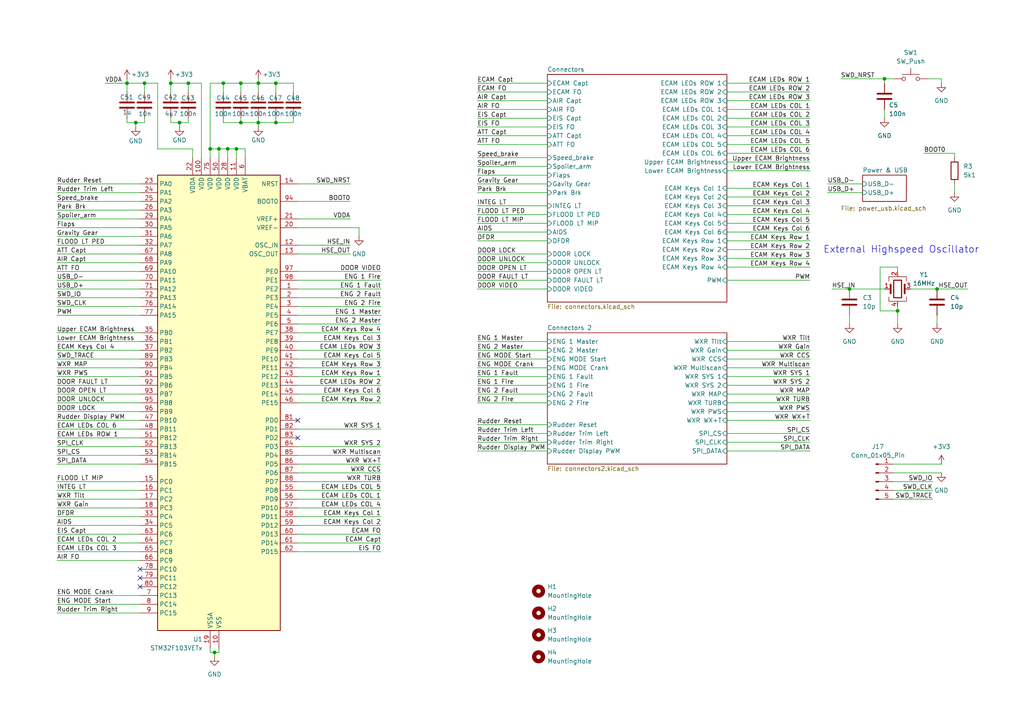
<source format=kicad_sch>
(kicad_sch
	(version 20231120)
	(generator "eeschema")
	(generator_version "8.0")
	(uuid "a2f8714b-93e7-42e9-99f5-bed65093f325")
	(paper "A4")
	
	(junction
		(at 74.93 24.13)
		(diameter 0)
		(color 0 0 0 0)
		(uuid "02100f85-856a-48ce-b962-2be45c793db3")
	)
	(junction
		(at 80.01 24.13)
		(diameter 0)
		(color 0 0 0 0)
		(uuid "0b0e94eb-5f67-4329-bb96-22ea1eedfbee")
	)
	(junction
		(at 64.77 24.13)
		(diameter 0)
		(color 0 0 0 0)
		(uuid "113c309e-dd2c-47d4-aca6-7bb5cb5facc5")
	)
	(junction
		(at 69.85 35.56)
		(diameter 0)
		(color 0 0 0 0)
		(uuid "3aaccc2b-49c0-45da-966f-a6baf0322eec")
	)
	(junction
		(at 69.85 24.13)
		(diameter 0)
		(color 0 0 0 0)
		(uuid "48075a89-e780-4926-8f1a-b06eb50cac4e")
	)
	(junction
		(at 39.37 35.56)
		(diameter 0)
		(color 0 0 0 0)
		(uuid "4ea97ca5-4d22-4b3c-b1c0-1ac00eeaccaa")
	)
	(junction
		(at 54.61 24.13)
		(diameter 0)
		(color 0 0 0 0)
		(uuid "5893fa79-30c1-4a33-a20b-f731925eae91")
	)
	(junction
		(at 246.38 83.82)
		(diameter 0)
		(color 0 0 0 0)
		(uuid "685a5e6e-1f10-41df-985a-2b09a09d6725")
	)
	(junction
		(at 62.23 189.23)
		(diameter 0)
		(color 0 0 0 0)
		(uuid "7cc979ae-9457-48c6-9795-42647992b95c")
	)
	(junction
		(at 52.07 35.56)
		(diameter 0)
		(color 0 0 0 0)
		(uuid "83b11407-00de-4ffb-81b4-2bb51e3616a1")
	)
	(junction
		(at 66.04 43.18)
		(diameter 0)
		(color 0 0 0 0)
		(uuid "8fd8c10c-bd70-472b-a173-f58dc941e48b")
	)
	(junction
		(at 74.93 35.56)
		(diameter 0)
		(color 0 0 0 0)
		(uuid "9024290b-4777-43c1-8d22-c3e127eb3f81")
	)
	(junction
		(at 68.58 43.18)
		(diameter 0)
		(color 0 0 0 0)
		(uuid "979d86cb-4272-4f96-8ef4-f6c75a29ec38")
	)
	(junction
		(at 49.53 24.13)
		(diameter 0)
		(color 0 0 0 0)
		(uuid "9b71afcb-f201-4423-838a-8b11e55de9ca")
	)
	(junction
		(at 36.83 24.13)
		(diameter 0)
		(color 0 0 0 0)
		(uuid "a06c6144-91ce-444d-8c5e-b40ec8ae1354")
	)
	(junction
		(at 63.5 43.18)
		(diameter 0)
		(color 0 0 0 0)
		(uuid "b5160d37-6e22-4367-8fce-8570e365b6a8")
	)
	(junction
		(at 41.91 24.13)
		(diameter 0)
		(color 0 0 0 0)
		(uuid "b7e0220f-b735-4d1c-bb0a-89894e37ae92")
	)
	(junction
		(at 271.78 83.82)
		(diameter 0)
		(color 0 0 0 0)
		(uuid "d6a0d813-5bed-496f-9574-88e9a1542382")
	)
	(junction
		(at 60.96 43.18)
		(diameter 0)
		(color 0 0 0 0)
		(uuid "d759d003-6a24-4f52-87fe-d4bb22646402")
	)
	(junction
		(at 260.35 90.17)
		(diameter 0)
		(color 0 0 0 0)
		(uuid "d8c1dbc1-6e7f-42a4-8bd9-1d701e52d03e")
	)
	(junction
		(at 256.54 22.86)
		(diameter 0)
		(color 0 0 0 0)
		(uuid "d94d4b74-0003-46da-8192-3b8d9b7dc176")
	)
	(junction
		(at 80.01 35.56)
		(diameter 0)
		(color 0 0 0 0)
		(uuid "ef97ef04-6a91-4d97-adcc-9aaa42b864c7")
	)
	(no_connect
		(at 40.64 167.64)
		(uuid "0f7bd01d-1e67-4e7c-94f0-d88e16c1a115")
	)
	(no_connect
		(at 40.64 170.18)
		(uuid "23792b0b-2a93-4676-bb85-98182f89cfdf")
	)
	(no_connect
		(at 86.36 127)
		(uuid "8f90389a-30c5-4537-abff-6fda50e24a2f")
	)
	(no_connect
		(at 86.36 121.92)
		(uuid "d8a4560c-da3e-416c-a061-68e9cc3f6b4c")
	)
	(no_connect
		(at 40.64 165.1)
		(uuid "f1351509-ab33-48d2-8389-033f7157d785")
	)
	(wire
		(pts
			(xy 110.49 154.94) (xy 86.36 154.94)
		)
		(stroke
			(width 0)
			(type default)
		)
		(uuid "001bbfbf-dccb-4281-9dc0-3777c5ec4799")
	)
	(wire
		(pts
			(xy 138.43 48.26) (xy 158.75 48.26)
		)
		(stroke
			(width 0)
			(type default)
		)
		(uuid "0131f74e-3361-49a1-a50c-4170825a9264")
	)
	(wire
		(pts
			(xy 16.51 142.24) (xy 40.64 142.24)
		)
		(stroke
			(width 0)
			(type default)
		)
		(uuid "01c8e0b1-b51e-449c-897e-5794af41a8f9")
	)
	(wire
		(pts
			(xy 138.43 101.6) (xy 158.75 101.6)
		)
		(stroke
			(width 0)
			(type default)
		)
		(uuid "02dea9cc-7cb8-4453-9429-831ce0f32302")
	)
	(wire
		(pts
			(xy 16.51 116.84) (xy 40.64 116.84)
		)
		(stroke
			(width 0)
			(type default)
		)
		(uuid "05f2c203-949e-48ba-b670-e72a5cf66737")
	)
	(wire
		(pts
			(xy 270.51 139.7) (xy 259.08 139.7)
		)
		(stroke
			(width 0)
			(type default)
		)
		(uuid "05f60a2c-0fe4-4421-b305-0b356b1f6fac")
	)
	(wire
		(pts
			(xy 80.01 24.13) (xy 85.09 24.13)
		)
		(stroke
			(width 0)
			(type default)
		)
		(uuid "0627e257-bf6f-4b2b-98fb-b2acc5ca9e35")
	)
	(wire
		(pts
			(xy 138.43 26.67) (xy 158.75 26.67)
		)
		(stroke
			(width 0)
			(type default)
		)
		(uuid "06e4ac58-da87-4321-96bd-56e2d04335ad")
	)
	(wire
		(pts
			(xy 138.43 109.22) (xy 158.75 109.22)
		)
		(stroke
			(width 0)
			(type default)
		)
		(uuid "087e05cf-bd54-41d9-b31e-a95f4993789e")
	)
	(wire
		(pts
			(xy 210.82 109.22) (xy 234.95 109.22)
		)
		(stroke
			(width 0)
			(type default)
		)
		(uuid "09dfae23-7408-4c28-a09c-c770a34d5f36")
	)
	(wire
		(pts
			(xy 16.51 99.06) (xy 40.64 99.06)
		)
		(stroke
			(width 0)
			(type default)
		)
		(uuid "0ad34604-7a30-4ad5-bc4b-3b514f32ab99")
	)
	(wire
		(pts
			(xy 243.84 22.86) (xy 256.54 22.86)
		)
		(stroke
			(width 0)
			(type default)
		)
		(uuid "0b5b5984-b16b-4de2-aa49-b8814ff303cf")
	)
	(wire
		(pts
			(xy 86.36 63.5) (xy 101.6 63.5)
		)
		(stroke
			(width 0)
			(type default)
		)
		(uuid "0b65e8f6-9e52-443d-a4ae-a87efc09d267")
	)
	(wire
		(pts
			(xy 260.35 88.9) (xy 260.35 90.17)
		)
		(stroke
			(width 0)
			(type default)
		)
		(uuid "0bf6e9ba-8e49-4414-bf9e-597963fc9fef")
	)
	(wire
		(pts
			(xy 41.91 34.29) (xy 41.91 35.56)
		)
		(stroke
			(width 0)
			(type default)
		)
		(uuid "0d4525f4-e6ab-46fc-9887-b0fad9b78e5a")
	)
	(wire
		(pts
			(xy 138.43 29.21) (xy 158.75 29.21)
		)
		(stroke
			(width 0)
			(type default)
		)
		(uuid "0ffca54a-c41a-452c-8c22-c2d8cab1bf90")
	)
	(wire
		(pts
			(xy 260.35 78.74) (xy 260.35 77.47)
		)
		(stroke
			(width 0)
			(type default)
		)
		(uuid "120d9d90-73e7-4454-a91c-32cf7b64d838")
	)
	(wire
		(pts
			(xy 16.51 83.82) (xy 40.64 83.82)
		)
		(stroke
			(width 0)
			(type default)
		)
		(uuid "12627568-bfd1-423c-b6ba-fe6303d6fba6")
	)
	(wire
		(pts
			(xy 86.36 101.6) (xy 110.49 101.6)
		)
		(stroke
			(width 0)
			(type default)
		)
		(uuid "164558d9-ae71-4132-a33b-5be76b0b2d65")
	)
	(wire
		(pts
			(xy 16.51 177.8) (xy 40.64 177.8)
		)
		(stroke
			(width 0)
			(type default)
		)
		(uuid "17b476d5-7f23-4211-b43a-6fd8b9c2532e")
	)
	(wire
		(pts
			(xy 16.51 91.44) (xy 40.64 91.44)
		)
		(stroke
			(width 0)
			(type default)
		)
		(uuid "19d8c93d-3af8-41a4-912a-80146fb9895c")
	)
	(wire
		(pts
			(xy 267.97 44.45) (xy 276.86 44.45)
		)
		(stroke
			(width 0)
			(type default)
		)
		(uuid "1b5a57e5-1827-4f40-b088-950a9d13c9df")
	)
	(wire
		(pts
			(xy 86.36 73.66) (xy 101.6 73.66)
		)
		(stroke
			(width 0)
			(type default)
		)
		(uuid "1bd41ee4-3f6a-4809-b468-273fc430ef72")
	)
	(wire
		(pts
			(xy 86.36 99.06) (xy 110.49 99.06)
		)
		(stroke
			(width 0)
			(type default)
		)
		(uuid "1c0d1232-bcf2-46aa-9e71-a1959f3097d1")
	)
	(wire
		(pts
			(xy 60.96 45.72) (xy 60.96 43.18)
		)
		(stroke
			(width 0)
			(type default)
		)
		(uuid "1cb35b95-4bbf-44a6-9ba5-6e38f6e270fd")
	)
	(wire
		(pts
			(xy 86.36 104.14) (xy 110.49 104.14)
		)
		(stroke
			(width 0)
			(type default)
		)
		(uuid "1e54c8c5-685e-4ec7-8c38-8e18110ecb50")
	)
	(wire
		(pts
			(xy 138.43 99.06) (xy 158.75 99.06)
		)
		(stroke
			(width 0)
			(type default)
		)
		(uuid "20cfdc02-afb0-4256-ad11-faf3ecd3dc86")
	)
	(wire
		(pts
			(xy 210.82 72.39) (xy 234.95 72.39)
		)
		(stroke
			(width 0)
			(type default)
		)
		(uuid "2125ee30-86bc-4b67-b046-124943757dc0")
	)
	(wire
		(pts
			(xy 66.04 43.18) (xy 66.04 45.72)
		)
		(stroke
			(width 0)
			(type default)
		)
		(uuid "21cfa4cd-bc7f-4c4d-b765-557f7ea216c6")
	)
	(wire
		(pts
			(xy 71.12 45.72) (xy 71.12 43.18)
		)
		(stroke
			(width 0)
			(type default)
		)
		(uuid "22e90b0d-8e18-4d92-a4ee-64d09dc9acf9")
	)
	(wire
		(pts
			(xy 80.01 24.13) (xy 80.01 26.67)
		)
		(stroke
			(width 0)
			(type default)
		)
		(uuid "24f23c31-fdf5-4061-ac18-bad88aa1dd6f")
	)
	(wire
		(pts
			(xy 138.43 41.91) (xy 158.75 41.91)
		)
		(stroke
			(width 0)
			(type default)
		)
		(uuid "255b829c-07ca-40ab-8cef-57ccdeef12ba")
	)
	(wire
		(pts
			(xy 16.51 78.74) (xy 40.64 78.74)
		)
		(stroke
			(width 0)
			(type default)
		)
		(uuid "256d4b2c-728c-459a-9f00-8f66e0c2c470")
	)
	(wire
		(pts
			(xy 210.82 39.37) (xy 234.95 39.37)
		)
		(stroke
			(width 0)
			(type default)
		)
		(uuid "2621cdc0-996c-473c-94db-ccf051b95728")
	)
	(wire
		(pts
			(xy 138.43 78.74) (xy 158.75 78.74)
		)
		(stroke
			(width 0)
			(type default)
		)
		(uuid "265fb3bb-5e7c-4858-9f29-5fc202a6b4e9")
	)
	(wire
		(pts
			(xy 60.96 24.13) (xy 64.77 24.13)
		)
		(stroke
			(width 0)
			(type default)
		)
		(uuid "26d4a8c4-8195-4b55-95b9-4a1cbe97da09")
	)
	(wire
		(pts
			(xy 86.36 134.62) (xy 110.49 134.62)
		)
		(stroke
			(width 0)
			(type default)
		)
		(uuid "27062fa1-a3db-4f37-886b-31dbed1e14a7")
	)
	(wire
		(pts
			(xy 256.54 22.86) (xy 259.08 22.86)
		)
		(stroke
			(width 0)
			(type default)
		)
		(uuid "2723c711-c470-4e61-b730-00c473fe1f5d")
	)
	(wire
		(pts
			(xy 86.36 114.3) (xy 110.49 114.3)
		)
		(stroke
			(width 0)
			(type default)
		)
		(uuid "27dddd87-2284-4d9b-a5b4-6d6e1438b972")
	)
	(wire
		(pts
			(xy 138.43 59.69) (xy 158.75 59.69)
		)
		(stroke
			(width 0)
			(type default)
		)
		(uuid "285cfd05-23bf-4d13-8a0e-1d3fcd0d8555")
	)
	(wire
		(pts
			(xy 85.09 24.13) (xy 85.09 26.67)
		)
		(stroke
			(width 0)
			(type default)
		)
		(uuid "2887d2db-6519-4357-a994-784aa52d8cd1")
	)
	(wire
		(pts
			(xy 138.43 24.13) (xy 158.75 24.13)
		)
		(stroke
			(width 0)
			(type default)
		)
		(uuid "28dc8465-c460-407a-ac64-e2381692dc0a")
	)
	(wire
		(pts
			(xy 210.82 81.28) (xy 234.95 81.28)
		)
		(stroke
			(width 0)
			(type default)
		)
		(uuid "29e0edfa-1947-4432-8bda-a6ccd576e53e")
	)
	(wire
		(pts
			(xy 54.61 34.29) (xy 54.61 35.56)
		)
		(stroke
			(width 0)
			(type default)
		)
		(uuid "2a4dfc0e-8cf2-4c17-865e-dbaabe4335b9")
	)
	(wire
		(pts
			(xy 40.64 109.22) (xy 16.51 109.22)
		)
		(stroke
			(width 0)
			(type default)
		)
		(uuid "2a4f10aa-c204-4752-835a-e80a9f169f27")
	)
	(wire
		(pts
			(xy 86.36 111.76) (xy 110.49 111.76)
		)
		(stroke
			(width 0)
			(type default)
		)
		(uuid "2a645379-95bd-4ee5-8d29-afb0ce0c5baa")
	)
	(wire
		(pts
			(xy 210.82 41.91) (xy 234.95 41.91)
		)
		(stroke
			(width 0)
			(type default)
		)
		(uuid "2a726687-41fc-4e00-84c3-85143a26f851")
	)
	(wire
		(pts
			(xy 16.51 73.66) (xy 40.64 73.66)
		)
		(stroke
			(width 0)
			(type default)
		)
		(uuid "2d0087d9-ab2b-4314-a059-7970c55d448a")
	)
	(wire
		(pts
			(xy 68.58 43.18) (xy 68.58 45.72)
		)
		(stroke
			(width 0)
			(type default)
		)
		(uuid "300f1f9d-41e7-470d-8807-281872f09616")
	)
	(wire
		(pts
			(xy 210.82 99.06) (xy 234.95 99.06)
		)
		(stroke
			(width 0)
			(type default)
		)
		(uuid "308dd822-3255-4480-b26b-dde18b338d65")
	)
	(wire
		(pts
			(xy 138.43 55.88) (xy 158.75 55.88)
		)
		(stroke
			(width 0)
			(type default)
		)
		(uuid "3140c39c-d489-4b1d-9c0b-b08b3cafa1ac")
	)
	(wire
		(pts
			(xy 74.93 24.13) (xy 80.01 24.13)
		)
		(stroke
			(width 0)
			(type default)
		)
		(uuid "31642cf2-387c-4f31-bcff-a27ff3e892ce")
	)
	(wire
		(pts
			(xy 210.82 49.53) (xy 234.95 49.53)
		)
		(stroke
			(width 0)
			(type default)
		)
		(uuid "34496ed3-385d-4fe7-8d44-93c1206a64bc")
	)
	(wire
		(pts
			(xy 16.51 104.14) (xy 40.64 104.14)
		)
		(stroke
			(width 0)
			(type default)
		)
		(uuid "359ff6d0-b9ce-4238-a1e4-9873686932ce")
	)
	(wire
		(pts
			(xy 68.58 43.18) (xy 71.12 43.18)
		)
		(stroke
			(width 0)
			(type default)
		)
		(uuid "363dafd1-7ccb-4084-8de9-6d0b71821cf3")
	)
	(wire
		(pts
			(xy 60.96 187.96) (xy 60.96 189.23)
		)
		(stroke
			(width 0)
			(type default)
		)
		(uuid "367be2da-0a6f-45d3-b498-13d132ecad68")
	)
	(wire
		(pts
			(xy 58.42 24.13) (xy 54.61 24.13)
		)
		(stroke
			(width 0)
			(type default)
		)
		(uuid "367c3600-0db3-40ae-9423-f5ab79d99cad")
	)
	(wire
		(pts
			(xy 138.43 123.19) (xy 158.75 123.19)
		)
		(stroke
			(width 0)
			(type default)
		)
		(uuid "3736cc35-1c62-4ece-abd2-47e23d275cb6")
	)
	(wire
		(pts
			(xy 210.82 125.73) (xy 234.95 125.73)
		)
		(stroke
			(width 0)
			(type default)
		)
		(uuid "38d9d435-40ca-499f-bc31-378a5af8746f")
	)
	(wire
		(pts
			(xy 273.05 24.13) (xy 273.05 22.86)
		)
		(stroke
			(width 0)
			(type default)
		)
		(uuid "3a9da508-cca8-47ed-8ddf-c1ee56bc505a")
	)
	(wire
		(pts
			(xy 16.51 121.92) (xy 40.64 121.92)
		)
		(stroke
			(width 0)
			(type default)
		)
		(uuid "3b4a0201-90af-4044-a5db-af38a88db4d6")
	)
	(wire
		(pts
			(xy 138.43 62.23) (xy 158.75 62.23)
		)
		(stroke
			(width 0)
			(type default)
		)
		(uuid "3bb822e6-ac5c-44e8-87b8-681aa2dd9c82")
	)
	(wire
		(pts
			(xy 210.82 44.45) (xy 234.95 44.45)
		)
		(stroke
			(width 0)
			(type default)
		)
		(uuid "3ca72847-6011-4f2d-8816-ab2e48857dee")
	)
	(wire
		(pts
			(xy 110.49 157.48) (xy 86.36 157.48)
		)
		(stroke
			(width 0)
			(type default)
		)
		(uuid "3ebba16f-eda5-4354-86cc-5632823e7524")
	)
	(wire
		(pts
			(xy 264.16 83.82) (xy 271.78 83.82)
		)
		(stroke
			(width 0)
			(type default)
		)
		(uuid "3ef28f87-34c1-4c71-a386-53affa023f83")
	)
	(wire
		(pts
			(xy 210.82 106.68) (xy 234.95 106.68)
		)
		(stroke
			(width 0)
			(type default)
		)
		(uuid "3f6f8ef2-294a-4a5d-b790-950938e1f19b")
	)
	(wire
		(pts
			(xy 49.53 35.56) (xy 49.53 34.29)
		)
		(stroke
			(width 0)
			(type default)
		)
		(uuid "40176dc6-10fe-4346-b073-fe7e66be61d1")
	)
	(wire
		(pts
			(xy 86.36 144.78) (xy 110.49 144.78)
		)
		(stroke
			(width 0)
			(type default)
		)
		(uuid "42a0dda4-c231-4f30-b402-5580593fad50")
	)
	(wire
		(pts
			(xy 16.51 66.04) (xy 40.64 66.04)
		)
		(stroke
			(width 0)
			(type default)
		)
		(uuid "42ae54a0-ce46-4c98-9c4d-df309c343779")
	)
	(wire
		(pts
			(xy 138.43 34.29) (xy 158.75 34.29)
		)
		(stroke
			(width 0)
			(type default)
		)
		(uuid "42f9f26d-e9a6-45a0-9613-2781e9fa568b")
	)
	(wire
		(pts
			(xy 259.08 137.16) (xy 273.05 137.16)
		)
		(stroke
			(width 0)
			(type default)
		)
		(uuid "4482626c-3aa2-48cc-aa7a-89d2fa525762")
	)
	(wire
		(pts
			(xy 86.36 152.4) (xy 110.49 152.4)
		)
		(stroke
			(width 0)
			(type default)
		)
		(uuid "4637e502-fb37-4cbb-837e-91561b6b9e06")
	)
	(wire
		(pts
			(xy 210.82 54.61) (xy 234.95 54.61)
		)
		(stroke
			(width 0)
			(type default)
		)
		(uuid "46cd01b4-4dc9-44ba-98d4-e624302079ab")
	)
	(wire
		(pts
			(xy 36.83 22.86) (xy 36.83 24.13)
		)
		(stroke
			(width 0)
			(type default)
		)
		(uuid "46f101ce-3b86-4532-9946-46f77a1e0dc2")
	)
	(wire
		(pts
			(xy 255.27 90.17) (xy 260.35 90.17)
		)
		(stroke
			(width 0)
			(type default)
		)
		(uuid "473a3d04-a5f0-40fe-9ac5-5a39556bcc47")
	)
	(wire
		(pts
			(xy 210.82 101.6) (xy 234.95 101.6)
		)
		(stroke
			(width 0)
			(type default)
		)
		(uuid "486db6d4-135c-47cc-8542-04aad020e5b7")
	)
	(wire
		(pts
			(xy 60.96 43.18) (xy 60.96 24.13)
		)
		(stroke
			(width 0)
			(type default)
		)
		(uuid "4b0a7ff4-c716-4130-b2c6-643a24ab99ad")
	)
	(wire
		(pts
			(xy 110.49 88.9) (xy 86.36 88.9)
		)
		(stroke
			(width 0)
			(type default)
		)
		(uuid "4b81ddca-542d-408f-92d1-eb67b6287a6c")
	)
	(wire
		(pts
			(xy 69.85 24.13) (xy 74.93 24.13)
		)
		(stroke
			(width 0)
			(type default)
		)
		(uuid "4dd351fb-1005-47f8-b7a6-93bf5f6c9b65")
	)
	(wire
		(pts
			(xy 210.82 128.27) (xy 234.95 128.27)
		)
		(stroke
			(width 0)
			(type default)
		)
		(uuid "4e3b8683-2d36-4878-a05a-d3d5c1b3c6c7")
	)
	(wire
		(pts
			(xy 86.36 71.12) (xy 101.6 71.12)
		)
		(stroke
			(width 0)
			(type default)
		)
		(uuid "4e8db27a-25f7-4cfc-af2a-46116dff3db3")
	)
	(wire
		(pts
			(xy 74.93 35.56) (xy 74.93 36.83)
		)
		(stroke
			(width 0)
			(type default)
		)
		(uuid "4e9d6e19-32c5-4835-a54a-063aaca8e061")
	)
	(wire
		(pts
			(xy 210.82 74.93) (xy 234.95 74.93)
		)
		(stroke
			(width 0)
			(type default)
		)
		(uuid "4eed5718-97f8-4934-9d13-016c4e182cd9")
	)
	(wire
		(pts
			(xy 240.03 53.34) (xy 250.19 53.34)
		)
		(stroke
			(width 0)
			(type default)
		)
		(uuid "4f230e68-739c-4ff8-b9ac-a4ab883d386a")
	)
	(wire
		(pts
			(xy 110.49 81.28) (xy 86.36 81.28)
		)
		(stroke
			(width 0)
			(type default)
		)
		(uuid "4f2327d6-353c-4334-b58f-0e62a3d9a9f4")
	)
	(wire
		(pts
			(xy 210.82 29.21) (xy 234.95 29.21)
		)
		(stroke
			(width 0)
			(type default)
		)
		(uuid "510a4ccf-d24c-47b1-aef8-4121fd286dfa")
	)
	(wire
		(pts
			(xy 210.82 116.84) (xy 234.95 116.84)
		)
		(stroke
			(width 0)
			(type default)
		)
		(uuid "52019f7e-161b-4993-b6d6-b6cd08b78bb2")
	)
	(wire
		(pts
			(xy 138.43 116.84) (xy 158.75 116.84)
		)
		(stroke
			(width 0)
			(type default)
		)
		(uuid "52268c0f-88e8-4856-9461-80048ababb2b")
	)
	(wire
		(pts
			(xy 16.51 63.5) (xy 40.64 63.5)
		)
		(stroke
			(width 0)
			(type default)
		)
		(uuid "52ebda6d-f083-442b-a93b-24d4cc8b3a25")
	)
	(wire
		(pts
			(xy 40.64 127) (xy 16.51 127)
		)
		(stroke
			(width 0)
			(type default)
		)
		(uuid "5301b832-51b2-43f8-ac5d-eb1c022bed7c")
	)
	(wire
		(pts
			(xy 86.36 147.32) (xy 110.49 147.32)
		)
		(stroke
			(width 0)
			(type default)
		)
		(uuid "54472c7d-24fa-4ddf-bd8c-6b0d6fa40296")
	)
	(wire
		(pts
			(xy 86.36 91.44) (xy 110.49 91.44)
		)
		(stroke
			(width 0)
			(type default)
		)
		(uuid "5482caf9-777d-4676-b316-c4dd3e18742c")
	)
	(wire
		(pts
			(xy 60.96 43.18) (xy 63.5 43.18)
		)
		(stroke
			(width 0)
			(type default)
		)
		(uuid "556b3697-8ebc-4742-9bfd-c40d91fad47b")
	)
	(wire
		(pts
			(xy 49.53 24.13) (xy 49.53 26.67)
		)
		(stroke
			(width 0)
			(type default)
		)
		(uuid "55b99cf0-f274-4878-b178-a7c39d88532b")
	)
	(wire
		(pts
			(xy 138.43 50.8) (xy 158.75 50.8)
		)
		(stroke
			(width 0)
			(type default)
		)
		(uuid "55cdc26e-7519-45d7-98ac-c4b08d8bed3a")
	)
	(wire
		(pts
			(xy 138.43 64.77) (xy 158.75 64.77)
		)
		(stroke
			(width 0)
			(type default)
		)
		(uuid "55d27e61-2f63-4fdb-99dd-6086f7ec7797")
	)
	(wire
		(pts
			(xy 104.14 66.04) (xy 86.36 66.04)
		)
		(stroke
			(width 0)
			(type default)
		)
		(uuid "57e71b3a-f6a7-4785-8e0a-9ba7041fa0b6")
	)
	(wire
		(pts
			(xy 138.43 31.75) (xy 158.75 31.75)
		)
		(stroke
			(width 0)
			(type default)
		)
		(uuid "58cc7d5a-5f28-4b65-a20f-a6aa57b1ec85")
	)
	(wire
		(pts
			(xy 256.54 22.86) (xy 256.54 24.13)
		)
		(stroke
			(width 0)
			(type default)
		)
		(uuid "58dd87fb-898a-4085-b8af-f782addc34da")
	)
	(wire
		(pts
			(xy 62.23 189.23) (xy 63.5 189.23)
		)
		(stroke
			(width 0)
			(type default)
		)
		(uuid "59ba5b7e-14bf-4c2a-abcf-09c06974c49f")
	)
	(wire
		(pts
			(xy 64.77 35.56) (xy 69.85 35.56)
		)
		(stroke
			(width 0)
			(type default)
		)
		(uuid "5d573163-bb5b-4bce-85ca-5a36e12bb487")
	)
	(wire
		(pts
			(xy 210.82 67.31) (xy 234.95 67.31)
		)
		(stroke
			(width 0)
			(type default)
		)
		(uuid "5ebc295a-2580-4047-989f-b52f3e3b0b63")
	)
	(wire
		(pts
			(xy 16.51 175.26) (xy 40.64 175.26)
		)
		(stroke
			(width 0)
			(type default)
		)
		(uuid "6158a996-ed7f-4b06-af20-10d4c749c2f9")
	)
	(wire
		(pts
			(xy 74.93 34.29) (xy 74.93 35.56)
		)
		(stroke
			(width 0)
			(type default)
		)
		(uuid "61852669-eb26-4f43-b366-ee0df9558b2c")
	)
	(wire
		(pts
			(xy 246.38 91.44) (xy 246.38 93.98)
		)
		(stroke
			(width 0)
			(type default)
		)
		(uuid "6273be57-dfb4-4eb6-b357-a1d658d993cc")
	)
	(wire
		(pts
			(xy 276.86 44.45) (xy 276.86 45.72)
		)
		(stroke
			(width 0)
			(type default)
		)
		(uuid "6293c961-4590-4515-bbd8-79a373679075")
	)
	(wire
		(pts
			(xy 138.43 128.27) (xy 158.75 128.27)
		)
		(stroke
			(width 0)
			(type default)
		)
		(uuid "63c04df9-573b-4c71-8178-e93f90cdd028")
	)
	(wire
		(pts
			(xy 16.51 68.58) (xy 40.64 68.58)
		)
		(stroke
			(width 0)
			(type default)
		)
		(uuid "6456b186-451a-4281-ac35-34fd60a55a3f")
	)
	(wire
		(pts
			(xy 86.36 116.84) (xy 110.49 116.84)
		)
		(stroke
			(width 0)
			(type default)
		)
		(uuid "66e00300-7561-4a7e-bb05-c211fd5aeb26")
	)
	(wire
		(pts
			(xy 86.36 129.54) (xy 110.49 129.54)
		)
		(stroke
			(width 0)
			(type default)
		)
		(uuid "66f6a4f2-a135-47cf-95d2-e14cef920a68")
	)
	(wire
		(pts
			(xy 80.01 35.56) (xy 85.09 35.56)
		)
		(stroke
			(width 0)
			(type default)
		)
		(uuid "671322a2-c9d4-47f0-b383-a9492d7ba81b")
	)
	(wire
		(pts
			(xy 54.61 24.13) (xy 54.61 26.67)
		)
		(stroke
			(width 0)
			(type default)
		)
		(uuid "6744d61a-039f-43ec-919a-9cbcbaad97f8")
	)
	(wire
		(pts
			(xy 85.09 35.56) (xy 85.09 34.29)
		)
		(stroke
			(width 0)
			(type default)
		)
		(uuid "67850c92-1239-489e-a826-aaa6b5cf1931")
	)
	(wire
		(pts
			(xy 30.48 24.13) (xy 36.83 24.13)
		)
		(stroke
			(width 0)
			(type default)
		)
		(uuid "6992627b-ae27-407f-9761-31fb74f9b43d")
	)
	(wire
		(pts
			(xy 60.96 189.23) (xy 62.23 189.23)
		)
		(stroke
			(width 0)
			(type default)
		)
		(uuid "6ade1098-eb37-42f5-b402-bfbce7704992")
	)
	(wire
		(pts
			(xy 276.86 53.34) (xy 276.86 55.88)
		)
		(stroke
			(width 0)
			(type default)
		)
		(uuid "6b5cb127-8e9a-4cd3-9413-725ed4f2b712")
	)
	(wire
		(pts
			(xy 69.85 34.29) (xy 69.85 35.56)
		)
		(stroke
			(width 0)
			(type default)
		)
		(uuid "6ee40456-4a9a-4498-845b-2deeee1aa95f")
	)
	(wire
		(pts
			(xy 138.43 130.81) (xy 158.75 130.81)
		)
		(stroke
			(width 0)
			(type default)
		)
		(uuid "700a1b39-770c-4be0-a99b-4227f7a739f1")
	)
	(wire
		(pts
			(xy 86.36 106.68) (xy 110.49 106.68)
		)
		(stroke
			(width 0)
			(type default)
		)
		(uuid "7308bc8d-c641-4b91-b29c-84e0590b921b")
	)
	(wire
		(pts
			(xy 138.43 81.28) (xy 158.75 81.28)
		)
		(stroke
			(width 0)
			(type default)
		)
		(uuid "731f5e62-ba30-4d32-a425-5b274a78274f")
	)
	(wire
		(pts
			(xy 40.64 101.6) (xy 16.51 101.6)
		)
		(stroke
			(width 0)
			(type default)
		)
		(uuid "747a8d30-7a6f-4333-833a-02d94cbdead5")
	)
	(wire
		(pts
			(xy 255.27 77.47) (xy 255.27 90.17)
		)
		(stroke
			(width 0)
			(type default)
		)
		(uuid "75e8eae0-bc10-4992-85f8-7825d2049647")
	)
	(wire
		(pts
			(xy 62.23 189.23) (xy 62.23 190.5)
		)
		(stroke
			(width 0)
			(type default)
		)
		(uuid "76b78007-0a83-49fc-86e7-9f65d3069008")
	)
	(wire
		(pts
			(xy 16.51 134.62) (xy 40.64 134.62)
		)
		(stroke
			(width 0)
			(type default)
		)
		(uuid "7973376c-c4ce-4daa-9077-072576df1a07")
	)
	(wire
		(pts
			(xy 40.64 124.46) (xy 16.51 124.46)
		)
		(stroke
			(width 0)
			(type default)
		)
		(uuid "79b93baa-5416-4c07-a9e1-6441817c4acf")
	)
	(wire
		(pts
			(xy 210.82 59.69) (xy 234.95 59.69)
		)
		(stroke
			(width 0)
			(type default)
		)
		(uuid "7b7c6462-dc4d-4e53-84a3-5fbf3f5fa7c7")
	)
	(wire
		(pts
			(xy 256.54 31.75) (xy 256.54 34.29)
		)
		(stroke
			(width 0)
			(type default)
		)
		(uuid "7bfa3f53-7c8b-4692-aa52-9caa0d8b7319")
	)
	(wire
		(pts
			(xy 270.51 142.24) (xy 259.08 142.24)
		)
		(stroke
			(width 0)
			(type default)
		)
		(uuid "7c245a12-e85c-457a-bb4e-eec910b2b90e")
	)
	(wire
		(pts
			(xy 16.51 119.38) (xy 40.64 119.38)
		)
		(stroke
			(width 0)
			(type default)
		)
		(uuid "7f85278e-6a7a-4bb3-b994-7bc2ec2cc9a8")
	)
	(wire
		(pts
			(xy 210.82 57.15) (xy 234.95 57.15)
		)
		(stroke
			(width 0)
			(type default)
		)
		(uuid "80207a90-fb90-4bd2-a2d4-87491504d42f")
	)
	(wire
		(pts
			(xy 86.36 58.42) (xy 101.6 58.42)
		)
		(stroke
			(width 0)
			(type default)
		)
		(uuid "8049e6d3-cae7-4c6e-9b1e-c6b556043e3d")
	)
	(wire
		(pts
			(xy 63.5 43.18) (xy 66.04 43.18)
		)
		(stroke
			(width 0)
			(type default)
		)
		(uuid "8392e8a1-a00e-433c-bb3e-9eb91ef5ed44")
	)
	(wire
		(pts
			(xy 40.64 157.48) (xy 16.51 157.48)
		)
		(stroke
			(width 0)
			(type default)
		)
		(uuid "83b99cb6-965f-4496-a5b9-9cc72921f340")
	)
	(wire
		(pts
			(xy 260.35 90.17) (xy 260.35 93.98)
		)
		(stroke
			(width 0)
			(type default)
		)
		(uuid "8420bef4-84ee-4e28-b8ff-00db00fa1a75")
	)
	(wire
		(pts
			(xy 210.82 46.99) (xy 234.95 46.99)
		)
		(stroke
			(width 0)
			(type default)
		)
		(uuid "85e2ed01-e535-4fba-a8f7-f377a8fa71fa")
	)
	(wire
		(pts
			(xy 36.83 34.29) (xy 36.83 35.56)
		)
		(stroke
			(width 0)
			(type default)
		)
		(uuid "87226003-01ae-4ed3-bd70-e399a706e077")
	)
	(wire
		(pts
			(xy 246.38 83.82) (xy 256.54 83.82)
		)
		(stroke
			(width 0)
			(type default)
		)
		(uuid "874d5b92-22c7-42d2-aa99-66e16c42d081")
	)
	(wire
		(pts
			(xy 241.3 83.82) (xy 246.38 83.82)
		)
		(stroke
			(width 0)
			(type default)
		)
		(uuid "89402367-e03d-47ad-9580-b0971f957827")
	)
	(wire
		(pts
			(xy 74.93 22.86) (xy 74.93 24.13)
		)
		(stroke
			(width 0)
			(type default)
		)
		(uuid "89dcd29e-49a4-48a6-adbf-ad985327b3ee")
	)
	(wire
		(pts
			(xy 16.51 154.94) (xy 40.64 154.94)
		)
		(stroke
			(width 0)
			(type default)
		)
		(uuid "8e9bfa30-44c9-4318-abae-be3e89f626cb")
	)
	(wire
		(pts
			(xy 52.07 35.56) (xy 49.53 35.56)
		)
		(stroke
			(width 0)
			(type default)
		)
		(uuid "902a988b-870d-4259-a705-712a2a101754")
	)
	(wire
		(pts
			(xy 138.43 104.14) (xy 158.75 104.14)
		)
		(stroke
			(width 0)
			(type default)
		)
		(uuid "923a44b1-917d-450f-86ff-a08287842e42")
	)
	(wire
		(pts
			(xy 16.51 114.3) (xy 40.64 114.3)
		)
		(stroke
			(width 0)
			(type default)
		)
		(uuid "94a44211-a210-4ade-b24f-07fefb99e196")
	)
	(wire
		(pts
			(xy 110.49 160.02) (xy 86.36 160.02)
		)
		(stroke
			(width 0)
			(type default)
		)
		(uuid "959e3728-c588-4505-8e12-aff0800d1e40")
	)
	(wire
		(pts
			(xy 138.43 69.85) (xy 158.75 69.85)
		)
		(stroke
			(width 0)
			(type default)
		)
		(uuid "98408dcf-8697-4f40-81d4-7d21b2c27fc1")
	)
	(wire
		(pts
			(xy 110.49 93.98) (xy 86.36 93.98)
		)
		(stroke
			(width 0)
			(type default)
		)
		(uuid "9987fae6-1f74-4cdd-889c-4549cd0f5d51")
	)
	(wire
		(pts
			(xy 16.51 81.28) (xy 40.64 81.28)
		)
		(stroke
			(width 0)
			(type default)
		)
		(uuid "9ace1f58-6849-431e-9936-c2baa992d735")
	)
	(wire
		(pts
			(xy 16.51 132.08) (xy 40.64 132.08)
		)
		(stroke
			(width 0)
			(type default)
		)
		(uuid "9bc0d48e-8ba5-40c8-a70e-e1214c092ffc")
	)
	(wire
		(pts
			(xy 273.05 22.86) (xy 269.24 22.86)
		)
		(stroke
			(width 0)
			(type default)
		)
		(uuid "9cef2836-1676-4209-95be-92f3bf1c0bdb")
	)
	(wire
		(pts
			(xy 138.43 36.83) (xy 158.75 36.83)
		)
		(stroke
			(width 0)
			(type default)
		)
		(uuid "9f82b0e7-0ca3-4ea5-ad46-60c7068d28ff")
	)
	(wire
		(pts
			(xy 138.43 67.31) (xy 158.75 67.31)
		)
		(stroke
			(width 0)
			(type default)
		)
		(uuid "a10b62df-37b8-42ed-9ae2-70d3b5339893")
	)
	(wire
		(pts
			(xy 86.36 96.52) (xy 110.49 96.52)
		)
		(stroke
			(width 0)
			(type default)
		)
		(uuid "a1739b29-63dc-4612-837b-6837985793b2")
	)
	(wire
		(pts
			(xy 260.35 77.47) (xy 255.27 77.47)
		)
		(stroke
			(width 0)
			(type default)
		)
		(uuid "a238f926-f7e9-40c1-87d5-ad0f6a4e46cb")
	)
	(wire
		(pts
			(xy 16.51 58.42) (xy 40.64 58.42)
		)
		(stroke
			(width 0)
			(type default)
		)
		(uuid "a248933b-c933-4653-b218-148b95fc40ca")
	)
	(wire
		(pts
			(xy 210.82 64.77) (xy 234.95 64.77)
		)
		(stroke
			(width 0)
			(type default)
		)
		(uuid "a285e95f-9ab9-4a5a-9873-cfce14447e76")
	)
	(wire
		(pts
			(xy 39.37 35.56) (xy 39.37 36.83)
		)
		(stroke
			(width 0)
			(type default)
		)
		(uuid "a5ed30e8-7e00-4d67-ac63-23c689977c04")
	)
	(wire
		(pts
			(xy 64.77 34.29) (xy 64.77 35.56)
		)
		(stroke
			(width 0)
			(type default)
		)
		(uuid "a856d9ee-4f43-46f5-989b-8079a7a5dc9c")
	)
	(wire
		(pts
			(xy 86.36 124.46) (xy 110.49 124.46)
		)
		(stroke
			(width 0)
			(type default)
		)
		(uuid "aa07f283-7863-429e-8f91-73b2ce59cd9c")
	)
	(wire
		(pts
			(xy 40.64 106.68) (xy 16.51 106.68)
		)
		(stroke
			(width 0)
			(type default)
		)
		(uuid "aa8e4b74-a343-4c38-a24a-6c9f14bc54ec")
	)
	(wire
		(pts
			(xy 210.82 34.29) (xy 234.95 34.29)
		)
		(stroke
			(width 0)
			(type default)
		)
		(uuid "ab3eebdb-b69a-4d47-8cd1-e6d7b1e150ab")
	)
	(wire
		(pts
			(xy 110.49 83.82) (xy 86.36 83.82)
		)
		(stroke
			(width 0)
			(type default)
		)
		(uuid "ac83cd99-cc89-4ed6-ab5a-939d9675c496")
	)
	(wire
		(pts
			(xy 138.43 76.2) (xy 158.75 76.2)
		)
		(stroke
			(width 0)
			(type default)
		)
		(uuid "addb3805-89fb-418c-a5ec-f18a71928012")
	)
	(wire
		(pts
			(xy 138.43 83.82) (xy 158.75 83.82)
		)
		(stroke
			(width 0)
			(type default)
		)
		(uuid "ae32fe02-3aef-4fc0-9b8a-5fc772981b47")
	)
	(wire
		(pts
			(xy 271.78 91.44) (xy 271.78 93.98)
		)
		(stroke
			(width 0)
			(type default)
		)
		(uuid "ae8f1efa-4345-4061-bb43-3109d9ce80d0")
	)
	(wire
		(pts
			(xy 271.78 83.82) (xy 280.67 83.82)
		)
		(stroke
			(width 0)
			(type default)
		)
		(uuid "af5b6c17-5c9d-474e-8583-347680214054")
	)
	(wire
		(pts
			(xy 52.07 35.56) (xy 52.07 36.83)
		)
		(stroke
			(width 0)
			(type default)
		)
		(uuid "b11ecd4b-fbf8-40aa-9b38-f3e2341ec383")
	)
	(wire
		(pts
			(xy 86.36 137.16) (xy 110.49 137.16)
		)
		(stroke
			(width 0)
			(type default)
		)
		(uuid "b30a2165-5e32-4f51-887a-4898d230faa7")
	)
	(wire
		(pts
			(xy 210.82 111.76) (xy 234.95 111.76)
		)
		(stroke
			(width 0)
			(type default)
		)
		(uuid "b3263b96-7957-4ad4-89f0-30220a6d3ec7")
	)
	(wire
		(pts
			(xy 210.82 31.75) (xy 234.95 31.75)
		)
		(stroke
			(width 0)
			(type default)
		)
		(uuid "b3275baf-9f8d-41bd-bffc-0d1b95d82eb1")
	)
	(wire
		(pts
			(xy 16.51 152.4) (xy 40.64 152.4)
		)
		(stroke
			(width 0)
			(type default)
		)
		(uuid "b45ccaa9-a910-4048-bf49-7513cc9cd420")
	)
	(wire
		(pts
			(xy 16.51 60.96) (xy 40.64 60.96)
		)
		(stroke
			(width 0)
			(type default)
		)
		(uuid "b478c869-93ae-475f-951a-95b846b57094")
	)
	(wire
		(pts
			(xy 74.93 24.13) (xy 74.93 26.67)
		)
		(stroke
			(width 0)
			(type default)
		)
		(uuid "b4e139c9-0757-4361-a4e0-4e1895b91ee8")
	)
	(wire
		(pts
			(xy 210.82 119.38) (xy 234.95 119.38)
		)
		(stroke
			(width 0)
			(type default)
		)
		(uuid "b6c4348a-b434-4f63-822b-de5294563428")
	)
	(wire
		(pts
			(xy 210.82 36.83) (xy 234.95 36.83)
		)
		(stroke
			(width 0)
			(type default)
		)
		(uuid "b6ce3a53-e8ba-4e28-beef-a9724b90417c")
	)
	(wire
		(pts
			(xy 16.51 53.34) (xy 40.64 53.34)
		)
		(stroke
			(width 0)
			(type default)
		)
		(uuid "b8a9852e-86c9-45a5-8d43-01145a0eae50")
	)
	(wire
		(pts
			(xy 138.43 73.66) (xy 158.75 73.66)
		)
		(stroke
			(width 0)
			(type default)
		)
		(uuid "b8edf27c-28ab-48e2-87b6-7e3daa9a336f")
	)
	(wire
		(pts
			(xy 41.91 24.13) (xy 36.83 24.13)
		)
		(stroke
			(width 0)
			(type default)
		)
		(uuid "b9caabd0-6516-4e3c-8903-25e33eeb83d8")
	)
	(wire
		(pts
			(xy 240.03 55.88) (xy 250.19 55.88)
		)
		(stroke
			(width 0)
			(type default)
		)
		(uuid "ba3d81b7-03b0-4a8e-8c0f-5d101f32d47b")
	)
	(wire
		(pts
			(xy 104.14 66.04) (xy 104.14 68.58)
		)
		(stroke
			(width 0)
			(type default)
		)
		(uuid "ba9ab1b7-fa25-48de-900a-5df6be13d86b")
	)
	(wire
		(pts
			(xy 80.01 34.29) (xy 80.01 35.56)
		)
		(stroke
			(width 0)
			(type default)
		)
		(uuid "bc7165ed-b29a-4cbf-a4b9-a791cf581dd2")
	)
	(wire
		(pts
			(xy 210.82 24.13) (xy 234.95 24.13)
		)
		(stroke
			(width 0)
			(type default)
		)
		(uuid "bdc63e98-9d86-435f-888d-ad12469b5c08")
	)
	(wire
		(pts
			(xy 49.53 22.86) (xy 49.53 24.13)
		)
		(stroke
			(width 0)
			(type default)
		)
		(uuid "bed929be-ee5a-455c-982a-6d5d0cb42708")
	)
	(wire
		(pts
			(xy 41.91 24.13) (xy 41.91 26.67)
		)
		(stroke
			(width 0)
			(type default)
		)
		(uuid "bffeff2c-f0dd-4bbd-b07c-c62c5fbaa75a")
	)
	(wire
		(pts
			(xy 55.88 45.72) (xy 55.88 43.18)
		)
		(stroke
			(width 0)
			(type default)
		)
		(uuid "c1599cff-5659-46a8-adf5-101af2b567ae")
	)
	(wire
		(pts
			(xy 66.04 43.18) (xy 68.58 43.18)
		)
		(stroke
			(width 0)
			(type default)
		)
		(uuid "c38f61d2-9d57-47ea-bda8-5754068a9010")
	)
	(wire
		(pts
			(xy 138.43 114.3) (xy 158.75 114.3)
		)
		(stroke
			(width 0)
			(type default)
		)
		(uuid "c393a1e7-3bb5-4b4c-8a81-ffb865dae692")
	)
	(wire
		(pts
			(xy 55.88 43.18) (xy 45.72 43.18)
		)
		(stroke
			(width 0)
			(type default)
		)
		(uuid "c59d1d00-4452-4939-b357-de6c1f8829ac")
	)
	(wire
		(pts
			(xy 16.51 86.36) (xy 40.64 86.36)
		)
		(stroke
			(width 0)
			(type default)
		)
		(uuid "c5bebac1-a4b0-4533-981d-e613781f699d")
	)
	(wire
		(pts
			(xy 210.82 130.81) (xy 234.95 130.81)
		)
		(stroke
			(width 0)
			(type default)
		)
		(uuid "c63f40fd-f449-4ba1-9ea5-2db715781e74")
	)
	(wire
		(pts
			(xy 16.51 71.12) (xy 40.64 71.12)
		)
		(stroke
			(width 0)
			(type default)
		)
		(uuid "c64f8b10-dd63-476a-9d56-c06b6b4e38ea")
	)
	(wire
		(pts
			(xy 138.43 111.76) (xy 158.75 111.76)
		)
		(stroke
			(width 0)
			(type default)
		)
		(uuid "c7af9891-d0d1-4b9a-9371-7b90a772e76f")
	)
	(wire
		(pts
			(xy 54.61 24.13) (xy 49.53 24.13)
		)
		(stroke
			(width 0)
			(type default)
		)
		(uuid "c8cf5fe6-4b31-44b2-bf42-a5432b8e3e84")
	)
	(wire
		(pts
			(xy 74.93 35.56) (xy 80.01 35.56)
		)
		(stroke
			(width 0)
			(type default)
		)
		(uuid "ca3a738c-c1de-48e1-8579-4eb9ef656a16")
	)
	(wire
		(pts
			(xy 138.43 53.34) (xy 158.75 53.34)
		)
		(stroke
			(width 0)
			(type default)
		)
		(uuid "ca52ca00-fe54-40e3-a210-27f71d112ad4")
	)
	(wire
		(pts
			(xy 86.36 149.86) (xy 110.49 149.86)
		)
		(stroke
			(width 0)
			(type default)
		)
		(uuid "cbccba43-f1ca-4b0f-aba4-3b58169ceb1a")
	)
	(wire
		(pts
			(xy 40.64 147.32) (xy 16.51 147.32)
		)
		(stroke
			(width 0)
			(type default)
		)
		(uuid "ce9ba877-2477-4402-a2c5-ab510f07de96")
	)
	(wire
		(pts
			(xy 45.72 24.13) (xy 41.91 24.13)
		)
		(stroke
			(width 0)
			(type default)
		)
		(uuid "cfe38a39-6164-43a4-bde1-539c654314f1")
	)
	(wire
		(pts
			(xy 63.5 187.96) (xy 63.5 189.23)
		)
		(stroke
			(width 0)
			(type default)
		)
		(uuid "d1e9f0d2-e99e-4b15-a26b-97bdfc7fe080")
	)
	(wire
		(pts
			(xy 16.51 129.54) (xy 40.64 129.54)
		)
		(stroke
			(width 0)
			(type default)
		)
		(uuid "d2c9720d-dd42-4495-bbcf-9d1288e48d6e")
	)
	(wire
		(pts
			(xy 16.51 139.7) (xy 40.64 139.7)
		)
		(stroke
			(width 0)
			(type default)
		)
		(uuid "d3a9701c-a371-4490-a5b3-39fcb2aac6d2")
	)
	(wire
		(pts
			(xy 64.77 24.13) (xy 69.85 24.13)
		)
		(stroke
			(width 0)
			(type default)
		)
		(uuid "d4aa1c2e-48a5-45de-bd20-4ee0f9cccc58")
	)
	(wire
		(pts
			(xy 210.82 77.47) (xy 234.95 77.47)
		)
		(stroke
			(width 0)
			(type default)
		)
		(uuid "d5f4ea85-12b0-4c82-980f-81209d4a2e55")
	)
	(wire
		(pts
			(xy 86.36 142.24) (xy 110.49 142.24)
		)
		(stroke
			(width 0)
			(type default)
		)
		(uuid "d5fdd3c8-f9df-4212-b859-e44cd60ae00a")
	)
	(wire
		(pts
			(xy 270.51 144.78) (xy 259.08 144.78)
		)
		(stroke
			(width 0)
			(type default)
		)
		(uuid "d7328748-9296-433d-a7bb-0f816f07e5ff")
	)
	(wire
		(pts
			(xy 210.82 69.85) (xy 234.95 69.85)
		)
		(stroke
			(width 0)
			(type default)
		)
		(uuid "d9e2dfbf-b620-4e7a-addc-ca8b62c9ced2")
	)
	(wire
		(pts
			(xy 58.42 24.13) (xy 58.42 45.72)
		)
		(stroke
			(width 0)
			(type default)
		)
		(uuid "dbbb618d-e27e-4613-88f1-4a19e43d13f4")
	)
	(wire
		(pts
			(xy 16.51 111.76) (xy 40.64 111.76)
		)
		(stroke
			(width 0)
			(type default)
		)
		(uuid "dc9fed25-89c2-48b1-ab4d-84b4a5be735c")
	)
	(wire
		(pts
			(xy 210.82 121.92) (xy 234.95 121.92)
		)
		(stroke
			(width 0)
			(type default)
		)
		(uuid "ddc4a089-e4c6-4392-97b7-9303d96f8ffc")
	)
	(wire
		(pts
			(xy 210.82 62.23) (xy 234.95 62.23)
		)
		(stroke
			(width 0)
			(type default)
		)
		(uuid "def0719f-81f4-489d-a2c7-dcb33b4c6461")
	)
	(wire
		(pts
			(xy 86.36 132.08) (xy 110.49 132.08)
		)
		(stroke
			(width 0)
			(type default)
		)
		(uuid "df3f18d3-c979-45d8-95f5-9ab175d06793")
	)
	(wire
		(pts
			(xy 41.91 35.56) (xy 39.37 35.56)
		)
		(stroke
			(width 0)
			(type default)
		)
		(uuid "e0be9387-6741-4be1-a50c-85e0e3ba1c36")
	)
	(wire
		(pts
			(xy 138.43 45.72) (xy 158.75 45.72)
		)
		(stroke
			(width 0)
			(type default)
		)
		(uuid "e19e8155-c4f3-4acb-b8be-d6d800f08144")
	)
	(wire
		(pts
			(xy 40.64 96.52) (xy 16.51 96.52)
		)
		(stroke
			(width 0)
			(type default)
		)
		(uuid "e1f58ddd-29e1-4ad8-90f0-babd71fb1f4d")
	)
	(wire
		(pts
			(xy 16.51 55.88) (xy 40.64 55.88)
		)
		(stroke
			(width 0)
			(type default)
		)
		(uuid "e2612a3a-b81f-4337-9fc1-63ea2ea75ffa")
	)
	(wire
		(pts
			(xy 54.61 35.56) (xy 52.07 35.56)
		)
		(stroke
			(width 0)
			(type default)
		)
		(uuid "e3148368-28da-4520-ae0c-2809becdb87f")
	)
	(wire
		(pts
			(xy 210.82 114.3) (xy 234.95 114.3)
		)
		(stroke
			(width 0)
			(type default)
		)
		(uuid "e3a5daaf-900e-47f3-8e59-b6231f2cf5cf")
	)
	(wire
		(pts
			(xy 16.51 76.2) (xy 40.64 76.2)
		)
		(stroke
			(width 0)
			(type default)
		)
		(uuid "e43b545b-4ee7-4a92-910b-1c7f2f2c3ed3")
	)
	(wire
		(pts
			(xy 110.49 86.36) (xy 86.36 86.36)
		)
		(stroke
			(width 0)
			(type default)
		)
		(uuid "e63b33ad-c8ca-4cc1-a66e-ae587f764745")
	)
	(wire
		(pts
			(xy 86.36 109.22) (xy 110.49 109.22)
		)
		(stroke
			(width 0)
			(type default)
		)
		(uuid "e6afe2f7-55e1-4aa6-aecc-367fde4cb3e5")
	)
	(wire
		(pts
			(xy 36.83 35.56) (xy 39.37 35.56)
		)
		(stroke
			(width 0)
			(type default)
		)
		(uuid "e742d4cb-ff16-4bb9-ab30-07590810fff1")
	)
	(wire
		(pts
			(xy 210.82 26.67) (xy 234.95 26.67)
		)
		(stroke
			(width 0)
			(type default)
		)
		(uuid "e776711f-e9f4-4d4e-8438-824e594d7209")
	)
	(wire
		(pts
			(xy 16.51 149.86) (xy 40.64 149.86)
		)
		(stroke
			(width 0)
			(type default)
		)
		(uuid "e8d34bda-f271-4c38-9197-365405429e4f")
	)
	(wire
		(pts
			(xy 138.43 125.73) (xy 158.75 125.73)
		)
		(stroke
			(width 0)
			(type default)
		)
		(uuid "e9941b00-c68a-4873-890f-c23ff4f345d9")
	)
	(wire
		(pts
			(xy 45.72 43.18) (xy 45.72 24.13)
		)
		(stroke
			(width 0)
			(type default)
		)
		(uuid "e9e1b6f4-d82a-42c4-9227-8c9ef2dc2404")
	)
	(wire
		(pts
			(xy 16.51 162.56) (xy 40.64 162.56)
		)
		(stroke
			(width 0)
			(type default)
		)
		(uuid "ea16800a-5dc4-4bdc-93fe-f22bc29f807d")
	)
	(wire
		(pts
			(xy 110.49 78.74) (xy 86.36 78.74)
		)
		(stroke
			(width 0)
			(type default)
		)
		(uuid "ea7379b4-6937-4024-a932-1023dc825e6d")
	)
	(wire
		(pts
			(xy 138.43 106.68) (xy 158.75 106.68)
		)
		(stroke
			(width 0)
			(type default)
		)
		(uuid "eb96246c-6a14-4070-8f90-77d6bd47d094")
	)
	(wire
		(pts
			(xy 63.5 43.18) (xy 63.5 45.72)
		)
		(stroke
			(width 0)
			(type default)
		)
		(uuid "ec29da09-1710-4f99-a1a5-56e613598c79")
	)
	(wire
		(pts
			(xy 86.36 53.34) (xy 101.6 53.34)
		)
		(stroke
			(width 0)
			(type default)
		)
		(uuid "ecb975d4-3792-4027-83ad-be7ef284f307")
	)
	(wire
		(pts
			(xy 64.77 24.13) (xy 64.77 26.67)
		)
		(stroke
			(width 0)
			(type default)
		)
		(uuid "ed0aca06-74b1-4c11-8a47-9e409fab837b")
	)
	(wire
		(pts
			(xy 40.64 144.78) (xy 16.51 144.78)
		)
		(stroke
			(width 0)
			(type default)
		)
		(uuid "ede075f2-8aeb-4f7c-9f33-97fc66fd5b18")
	)
	(wire
		(pts
			(xy 69.85 24.13) (xy 69.85 26.67)
		)
		(stroke
			(width 0)
			(type default)
		)
		(uuid "f3eb39c2-7f8f-47cc-b988-534f8035a961")
	)
	(wire
		(pts
			(xy 16.51 88.9) (xy 40.64 88.9)
		)
		(stroke
			(width 0)
			(type default)
		)
		(uuid "f40801c1-0d57-44f2-9538-0e003b2bcdcc")
	)
	(wire
		(pts
			(xy 40.64 160.02) (xy 16.51 160.02)
		)
		(stroke
			(width 0)
			(type default)
		)
		(uuid "f485bc0d-aca7-435c-8464-9730e8ad8df1")
	)
	(wire
		(pts
			(xy 259.08 134.62) (xy 273.05 134.62)
		)
		(stroke
			(width 0)
			(type default)
		)
		(uuid "f5e4cf53-819a-4b18-8609-01188f468d73")
	)
	(wire
		(pts
			(xy 69.85 35.56) (xy 74.93 35.56)
		)
		(stroke
			(width 0)
			(type default)
		)
		(uuid "f7d8973a-e41a-4d16-a623-77f44d17074c")
	)
	(wire
		(pts
			(xy 16.51 172.72) (xy 40.64 172.72)
		)
		(stroke
			(width 0)
			(type default)
		)
		(uuid "f7faa681-f941-485c-852a-f8a90745705d")
	)
	(wire
		(pts
			(xy 138.43 39.37) (xy 158.75 39.37)
		)
		(stroke
			(width 0)
			(type default)
		)
		(uuid "fbc0da98-6d35-4ef3-90d9-ff74cff928b7")
	)
	(wire
		(pts
			(xy 86.36 139.7) (xy 110.49 139.7)
		)
		(stroke
			(width 0)
			(type default)
		)
		(uuid "fc97c925-a7aa-4cb5-98a1-997654817167")
	)
	(wire
		(pts
			(xy 36.83 24.13) (xy 36.83 26.67)
		)
		(stroke
			(width 0)
			(type default)
		)
		(uuid "fe13dd9c-2f65-4c9c-aba1-bb8161ea2c86")
	)
	(wire
		(pts
			(xy 210.82 104.14) (xy 234.95 104.14)
		)
		(stroke
			(width 0)
			(type default)
		)
		(uuid "fe4c6161-64a9-42ab-92ac-adcf866e25ce")
	)
	(text "External Highspeed Oscillator"
		(exclude_from_sim no)
		(at 238.76 73.66 0)
		(effects
			(font
				(size 2 2)
			)
			(justify left bottom)
		)
		(uuid "a43c5753-1602-467c-a59a-9e85d4f887f7")
	)
	(label "HSE_IN"
		(at 241.3 83.82 0)
		(fields_autoplaced yes)
		(effects
			(font
				(size 1.27 1.27)
			)
			(justify left bottom)
		)
		(uuid "008a4371-1a64-4c73-aacd-3f5e18312b81")
	)
	(label "ENG MODE Start"
		(at 16.51 175.26 0)
		(fields_autoplaced yes)
		(effects
			(font
				(size 1.27 1.27)
			)
			(justify left bottom)
		)
		(uuid "014dabe9-8c02-48d8-80b8-8e64d2545acf")
	)
	(label "Rudder Display PWM"
		(at 138.43 130.81 0)
		(fields_autoplaced yes)
		(effects
			(font
				(size 1.27 1.27)
			)
			(justify left bottom)
		)
		(uuid "027badef-71a4-4712-bbb4-a0f39024e591")
	)
	(label "SPI_CS"
		(at 16.51 132.08 0)
		(fields_autoplaced yes)
		(effects
			(font
				(size 1.27 1.27)
			)
			(justify left bottom)
		)
		(uuid "02908a5d-e7df-43db-b912-a11cff68786a")
	)
	(label "ECAM Keys Col 2"
		(at 234.95 57.15 180)
		(fields_autoplaced yes)
		(effects
			(font
				(size 1.27 1.27)
			)
			(justify right bottom)
		)
		(uuid "0305fae5-0389-4401-82ef-40aeabbcb9ed")
	)
	(label "Upper ECAM Brightness"
		(at 16.51 96.52 0)
		(fields_autoplaced yes)
		(effects
			(font
				(size 1.27 1.27)
			)
			(justify left bottom)
		)
		(uuid "045feb4a-c395-40ae-a5d8-20a49ff6d0d9")
	)
	(label "Park Brk"
		(at 16.51 60.96 0)
		(fields_autoplaced yes)
		(effects
			(font
				(size 1.27 1.27)
			)
			(justify left bottom)
		)
		(uuid "0a03e238-ee9b-41a2-850c-9b3e4b65b676")
	)
	(label "SPI_DATA"
		(at 234.95 130.81 180)
		(fields_autoplaced yes)
		(effects
			(font
				(size 1.27 1.27)
			)
			(justify right bottom)
		)
		(uuid "0b0e6a72-c746-46ac-9aab-809b456bc421")
	)
	(label "EIS Capt"
		(at 16.51 154.94 0)
		(fields_autoplaced yes)
		(effects
			(font
				(size 1.27 1.27)
			)
			(justify left bottom)
		)
		(uuid "0d6babee-5543-4b42-8d8e-987e6eb8f489")
	)
	(label "Rudder Trim Right"
		(at 16.51 177.8 0)
		(fields_autoplaced yes)
		(effects
			(font
				(size 1.27 1.27)
			)
			(justify left bottom)
		)
		(uuid "1033268c-a81e-4b98-a7d9-db8a44d9c216")
	)
	(label "EIS FO"
		(at 138.43 36.83 0)
		(fields_autoplaced yes)
		(effects
			(font
				(size 1.27 1.27)
			)
			(justify left bottom)
		)
		(uuid "13eae744-b397-479c-98e5-a3acdab3f936")
	)
	(label "PWM"
		(at 16.51 91.44 0)
		(fields_autoplaced yes)
		(effects
			(font
				(size 1.27 1.27)
			)
			(justify left bottom)
		)
		(uuid "13fb39eb-b7b0-4b9c-ac43-99ee35c6d9c0")
	)
	(label "ECAM LEDs ROW 2"
		(at 234.95 26.67 180)
		(fields_autoplaced yes)
		(effects
			(font
				(size 1.27 1.27)
			)
			(justify right bottom)
		)
		(uuid "1408bfcc-a92c-4703-a09b-b9f977907667")
	)
	(label "ENG 2 Master"
		(at 138.43 101.6 0)
		(fields_autoplaced yes)
		(effects
			(font
				(size 1.27 1.27)
			)
			(justify left bottom)
		)
		(uuid "14314ba7-f611-480e-8712-158ef7a85cdd")
	)
	(label "ECAM Keys Row 1"
		(at 234.95 69.85 180)
		(fields_autoplaced yes)
		(effects
			(font
				(size 1.27 1.27)
			)
			(justify right bottom)
		)
		(uuid "197c2a62-ff6c-40de-aeaf-902fc52a42e6")
	)
	(label "ENG MODE Start"
		(at 138.43 104.14 0)
		(fields_autoplaced yes)
		(effects
			(font
				(size 1.27 1.27)
			)
			(justify left bottom)
		)
		(uuid "1c5e4310-1847-4c1a-b6aa-2713e6ac91a6")
	)
	(label "WXR PWS"
		(at 234.95 119.38 180)
		(fields_autoplaced yes)
		(effects
			(font
				(size 1.27 1.27)
			)
			(justify right bottom)
		)
		(uuid "1f134ae5-6887-4a0d-90df-717d4bf05914")
	)
	(label "USB_D-"
		(at 240.03 53.34 0)
		(fields_autoplaced yes)
		(effects
			(font
				(size 1.27 1.27)
			)
			(justify left bottom)
		)
		(uuid "2249c6d7-f477-4fb0-b76d-0ad0277e3e41")
	)
	(label "ENG 2 Fire"
		(at 110.49 88.9 180)
		(fields_autoplaced yes)
		(effects
			(font
				(size 1.27 1.27)
			)
			(justify right bottom)
		)
		(uuid "22c8d7ae-32fa-4ae8-b3b7-e59b3dcbfa63")
	)
	(label "EIS Capt"
		(at 138.43 34.29 0)
		(fields_autoplaced yes)
		(effects
			(font
				(size 1.27 1.27)
			)
			(justify left bottom)
		)
		(uuid "27c41490-ad41-428a-b5f6-d9d3a995cb12")
	)
	(label "ECAM LEDs COL 4"
		(at 234.95 39.37 180)
		(fields_autoplaced yes)
		(effects
			(font
				(size 1.27 1.27)
			)
			(justify right bottom)
		)
		(uuid "28ad3951-71ab-4efb-bcb9-770b58d8a9ba")
	)
	(label "ATT FO"
		(at 16.51 78.74 0)
		(fields_autoplaced yes)
		(effects
			(font
				(size 1.27 1.27)
			)
			(justify left bottom)
		)
		(uuid "28d199a7-01c6-4d1d-b316-90bc237aa3a2")
	)
	(label "DOOR OPEN LT"
		(at 138.43 78.74 0)
		(fields_autoplaced yes)
		(effects
			(font
				(size 1.27 1.27)
			)
			(justify left bottom)
		)
		(uuid "29c9f5b6-aa00-4fa3-99d8-62eed0a86b5e")
	)
	(label "BOOT0"
		(at 267.97 44.45 0)
		(fields_autoplaced yes)
		(effects
			(font
				(size 1.27 1.27)
			)
			(justify left bottom)
		)
		(uuid "2cdcef3a-96f4-43be-8bc9-009b5d4ab46f")
	)
	(label "WXR CCS"
		(at 234.95 104.14 180)
		(fields_autoplaced yes)
		(effects
			(font
				(size 1.27 1.27)
			)
			(justify right bottom)
		)
		(uuid "2d61e8fd-1076-4600-8c70-c1ff72470ac5")
	)
	(label "SPI_CLK"
		(at 234.95 128.27 180)
		(fields_autoplaced yes)
		(effects
			(font
				(size 1.27 1.27)
			)
			(justify right bottom)
		)
		(uuid "2d7ec3c4-5ed0-4246-b9d9-ef64362a11e0")
	)
	(label "WXR TURB"
		(at 110.49 139.7 180)
		(fields_autoplaced yes)
		(effects
			(font
				(size 1.27 1.27)
			)
			(justify right bottom)
		)
		(uuid "2d96374c-1cc0-4637-ae19-cba6042cb7ca")
	)
	(label "WXR Gain"
		(at 16.51 147.32 0)
		(fields_autoplaced yes)
		(effects
			(font
				(size 1.27 1.27)
			)
			(justify left bottom)
		)
		(uuid "2d9e6400-5a09-4049-ad22-837fe24ed73d")
	)
	(label "DFDR"
		(at 16.51 149.86 0)
		(fields_autoplaced yes)
		(effects
			(font
				(size 1.27 1.27)
			)
			(justify left bottom)
		)
		(uuid "2e0aa46d-bda9-42e4-9f06-0b75ba40a748")
	)
	(label "DOOR UNLOCK"
		(at 16.51 116.84 0)
		(fields_autoplaced yes)
		(effects
			(font
				(size 1.27 1.27)
			)
			(justify left bottom)
		)
		(uuid "30adf754-1fe0-4d5f-807f-6216e9fb28bb")
	)
	(label "ECAM Keys Col 6"
		(at 110.49 114.3 180)
		(fields_autoplaced yes)
		(effects
			(font
				(size 1.27 1.27)
			)
			(justify right bottom)
		)
		(uuid "36a94690-2545-4aef-9963-5ede5d5c49a6")
	)
	(label "ECAM LEDs COL 5"
		(at 110.49 142.24 180)
		(fields_autoplaced yes)
		(effects
			(font
				(size 1.27 1.27)
			)
			(justify right bottom)
		)
		(uuid "36eb1187-95eb-4322-8572-41ee9aa02269")
	)
	(label "ECAM Capt"
		(at 110.49 157.48 180)
		(fields_autoplaced yes)
		(effects
			(font
				(size 1.27 1.27)
			)
			(justify right bottom)
		)
		(uuid "37160f5a-d052-4a58-ae9f-769ba1a83af6")
	)
	(label "ECAM Keys Row 1"
		(at 110.49 109.22 180)
		(fields_autoplaced yes)
		(effects
			(font
				(size 1.27 1.27)
			)
			(justify right bottom)
		)
		(uuid "376a5368-2b44-4734-8a1c-53c2865aed4d")
	)
	(label "ENG 2 Fire"
		(at 138.43 116.84 0)
		(fields_autoplaced yes)
		(effects
			(font
				(size 1.27 1.27)
			)
			(justify left bottom)
		)
		(uuid "38d59750-d32f-4c63-9543-56866220d45a")
	)
	(label "USB_D+"
		(at 240.03 55.88 0)
		(fields_autoplaced yes)
		(effects
			(font
				(size 1.27 1.27)
			)
			(justify left bottom)
		)
		(uuid "3ade3da1-fe0f-4bf0-a034-fc37c90535eb")
	)
	(label "ENG 1 Master"
		(at 138.43 99.06 0)
		(fields_autoplaced yes)
		(effects
			(font
				(size 1.27 1.27)
			)
			(justify left bottom)
		)
		(uuid "3bf03e2e-1f1a-408b-b0ba-6062709e4b32")
	)
	(label "HSE_IN"
		(at 101.6 71.12 180)
		(fields_autoplaced yes)
		(effects
			(font
				(size 1.27 1.27)
			)
			(justify right bottom)
		)
		(uuid "41c02996-4545-4ddc-ad39-329bd0997fa3")
	)
	(label "Rudder Reset"
		(at 138.43 123.19 0)
		(fields_autoplaced yes)
		(effects
			(font
				(size 1.27 1.27)
			)
			(justify left bottom)
		)
		(uuid "4730eeef-d6d1-4adc-b21f-2782f4edbb6b")
	)
	(label "FLOOD LT PED"
		(at 16.51 71.12 0)
		(fields_autoplaced yes)
		(effects
			(font
				(size 1.27 1.27)
			)
			(justify left bottom)
		)
		(uuid "4a20b1c0-7253-400f-9cf9-15bba8f9d098")
	)
	(label "ECAM LEDs ROW 3"
		(at 110.49 101.6 180)
		(fields_autoplaced yes)
		(effects
			(font
				(size 1.27 1.27)
			)
			(justify right bottom)
		)
		(uuid "4a4e0ca4-c832-42d6-adee-759cb398c41f")
	)
	(label "ECAM Capt"
		(at 138.43 24.13 0)
		(fields_autoplaced yes)
		(effects
			(font
				(size 1.27 1.27)
			)
			(justify left bottom)
		)
		(uuid "4a56ebc4-f4da-40dd-ae94-2e45c7991147")
	)
	(label "ATT Capt"
		(at 138.43 39.37 0)
		(fields_autoplaced yes)
		(effects
			(font
				(size 1.27 1.27)
			)
			(justify left bottom)
		)
		(uuid "4e013372-53fd-4e8b-b761-616a3437f85c")
	)
	(label "ENG MODE Crank"
		(at 138.43 106.68 0)
		(fields_autoplaced yes)
		(effects
			(font
				(size 1.27 1.27)
			)
			(justify left bottom)
		)
		(uuid "4f9f806c-70e6-48cb-9042-bd6a475cc428")
	)
	(label "FLOOD LT MIP"
		(at 138.43 64.77 0)
		(fields_autoplaced yes)
		(effects
			(font
				(size 1.27 1.27)
			)
			(justify left bottom)
		)
		(uuid "53e179a7-4114-4bef-ba91-a7413c159160")
	)
	(label "ECAM LEDs COL 1"
		(at 110.49 144.78 180)
		(fields_autoplaced yes)
		(effects
			(font
				(size 1.27 1.27)
			)
			(justify right bottom)
		)
		(uuid "54a68dc5-9202-4f28-865e-8324b3acdcaf")
	)
	(label "ECAM LEDs COL 2"
		(at 16.51 157.48 0)
		(fields_autoplaced yes)
		(effects
			(font
				(size 1.27 1.27)
			)
			(justify left bottom)
		)
		(uuid "54e4b45b-5b02-4379-9a49-9d73f9d7fa1d")
	)
	(label "ATT FO"
		(at 138.43 41.91 0)
		(fields_autoplaced yes)
		(effects
			(font
				(size 1.27 1.27)
			)
			(justify left bottom)
		)
		(uuid "55274b1b-c5fb-4227-9086-00dbb1357bd6")
	)
	(label "SWD_TRACE"
		(at 16.51 104.14 0)
		(fields_autoplaced yes)
		(effects
			(font
				(size 1.27 1.27)
			)
			(justify left bottom)
		)
		(uuid "553316c0-a2b7-4e38-939e-0e9c74c51cac")
	)
	(label "Speed_brake"
		(at 138.43 45.72 0)
		(fields_autoplaced yes)
		(effects
			(font
				(size 1.27 1.27)
			)
			(justify left bottom)
		)
		(uuid "5722304e-f65c-49fc-9251-27c1e959742c")
	)
	(label "WXR Multiscan"
		(at 234.95 106.68 180)
		(fields_autoplaced yes)
		(effects
			(font
				(size 1.27 1.27)
			)
			(justify right bottom)
		)
		(uuid "595f281f-b9e5-419d-ac1e-ded2301d6d30")
	)
	(label "ECAM Keys Row 2"
		(at 234.95 72.39 180)
		(fields_autoplaced yes)
		(effects
			(font
				(size 1.27 1.27)
			)
			(justify right bottom)
		)
		(uuid "60e4d939-ce57-4d44-aa1f-f784cf186bf3")
	)
	(label "ENG 2 Fault"
		(at 138.43 114.3 0)
		(fields_autoplaced yes)
		(effects
			(font
				(size 1.27 1.27)
			)
			(justify left bottom)
		)
		(uuid "6214f2ea-af48-47c1-9c58-fbd848640c4b")
	)
	(label "VDDA"
		(at 30.48 24.13 0)
		(fields_autoplaced yes)
		(effects
			(font
				(size 1.27 1.27)
			)
			(justify left bottom)
		)
		(uuid "628ff323-06d6-4de2-a8d1-3e90f6f4e8ad")
	)
	(label "Upper ECAM Brightness"
		(at 234.95 46.99 180)
		(fields_autoplaced yes)
		(effects
			(font
				(size 1.27 1.27)
			)
			(justify right bottom)
		)
		(uuid "62a6cec6-0649-4220-9906-63e77e96a059")
	)
	(label "SPI_DATA"
		(at 16.51 134.62 0)
		(fields_autoplaced yes)
		(effects
			(font
				(size 1.27 1.27)
			)
			(justify left bottom)
		)
		(uuid "648a3bc0-264d-4446-a7f2-85007d4474ea")
	)
	(label "Lower ECAM Brightness"
		(at 16.51 99.06 0)
		(fields_autoplaced yes)
		(effects
			(font
				(size 1.27 1.27)
			)
			(justify left bottom)
		)
		(uuid "6501d32c-2d4e-4dc3-bdc2-cd70192593d3")
	)
	(label "HSE_OUT"
		(at 101.6 73.66 180)
		(fields_autoplaced yes)
		(effects
			(font
				(size 1.27 1.27)
			)
			(justify right bottom)
		)
		(uuid "672753da-1c1a-4560-9a08-bcccfa3463d2")
	)
	(label "PWM"
		(at 234.95 81.28 180)
		(fields_autoplaced yes)
		(effects
			(font
				(size 1.27 1.27)
			)
			(justify right bottom)
		)
		(uuid "673fb85d-32ce-4b76-943a-279b43516c08")
	)
	(label "ECAM LEDs COL 4"
		(at 110.49 147.32 180)
		(fields_autoplaced yes)
		(effects
			(font
				(size 1.27 1.27)
			)
			(justify right bottom)
		)
		(uuid "67f1bb1d-9ecc-4099-8502-8efb4d1c171a")
	)
	(label "ECAM FO"
		(at 138.43 26.67 0)
		(fields_autoplaced yes)
		(effects
			(font
				(size 1.27 1.27)
			)
			(justify left bottom)
		)
		(uuid "69e91cd1-8a74-49fa-bde7-39f241c38dea")
	)
	(label "ECAM LEDs COL 1"
		(at 234.95 31.75 180)
		(fields_autoplaced yes)
		(effects
			(font
				(size 1.27 1.27)
			)
			(justify right bottom)
		)
		(uuid "6a161682-4649-42e0-b20e-9c86c91703f2")
	)
	(label "AIDS"
		(at 138.43 67.31 0)
		(fields_autoplaced yes)
		(effects
			(font
				(size 1.27 1.27)
			)
			(justify left bottom)
		)
		(uuid "6ae01462-2c12-4cb7-b667-6fa39a80654b")
	)
	(label "SPI_CS"
		(at 234.95 125.73 180)
		(fields_autoplaced yes)
		(effects
			(font
				(size 1.27 1.27)
			)
			(justify right bottom)
		)
		(uuid "6f3cefa2-c0c3-42bb-8373-6e864ef79a30")
	)
	(label "ENG 2 Master"
		(at 110.49 93.98 180)
		(fields_autoplaced yes)
		(effects
			(font
				(size 1.27 1.27)
			)
			(justify right bottom)
		)
		(uuid "6f83ccc0-9c28-4257-9650-3b1e37918bae")
	)
	(label "Flaps"
		(at 138.43 50.8 0)
		(fields_autoplaced yes)
		(effects
			(font
				(size 1.27 1.27)
			)
			(justify left bottom)
		)
		(uuid "6fd1af9a-0254-4fa0-8650-addebabcdbdb")
	)
	(label "ENG 1 Fault"
		(at 138.43 109.22 0)
		(fields_autoplaced yes)
		(effects
			(font
				(size 1.27 1.27)
			)
			(justify left bottom)
		)
		(uuid "70874313-623a-4832-aea6-8777c8e34ba8")
	)
	(label "ATT Capt"
		(at 16.51 73.66 0)
		(fields_autoplaced yes)
		(effects
			(font
				(size 1.27 1.27)
			)
			(justify left bottom)
		)
		(uuid "75600332-5c7a-4abf-8102-833b66132090")
	)
	(label "ECAM LEDs ROW 3"
		(at 234.95 29.21 180)
		(fields_autoplaced yes)
		(effects
			(font
				(size 1.27 1.27)
			)
			(justify right bottom)
		)
		(uuid "75bc5aef-51ba-4b09-ab49-2ea172520741")
	)
	(label "ECAM LEDs COL 5"
		(at 234.95 41.91 180)
		(fields_autoplaced yes)
		(effects
			(font
				(size 1.27 1.27)
			)
			(justify right bottom)
		)
		(uuid "7cb018e2-3890-4c36-988c-1bf065a1619c")
	)
	(label "BOOT0"
		(at 101.6 58.42 180)
		(fields_autoplaced yes)
		(effects
			(font
				(size 1.27 1.27)
			)
			(justify right bottom)
		)
		(uuid "7df58a73-0e65-4ae4-8966-70edbd71363c")
	)
	(label "WXR Multiscan"
		(at 110.49 132.08 180)
		(fields_autoplaced yes)
		(effects
			(font
				(size 1.27 1.27)
			)
			(justify right bottom)
		)
		(uuid "81bdf3c2-e39d-4413-989a-c495edeaf10a")
	)
	(label "ENG 2 Fault"
		(at 110.49 86.36 180)
		(fields_autoplaced yes)
		(effects
			(font
				(size 1.27 1.27)
			)
			(justify right bottom)
		)
		(uuid "829a90a1-88b5-445b-b3b1-74e7cf74d1f2")
	)
	(label "SWD_CLK"
		(at 16.51 88.9 0)
		(fields_autoplaced yes)
		(effects
			(font
				(size 1.27 1.27)
			)
			(justify left bottom)
		)
		(uuid "8558a13b-f234-4cd0-8484-b256b1575362")
	)
	(label "AIDS"
		(at 16.51 152.4 0)
		(fields_autoplaced yes)
		(effects
			(font
				(size 1.27 1.27)
			)
			(justify left bottom)
		)
		(uuid "862bb29c-4967-4659-bf09-0cecffd57ce5")
	)
	(label "Gravity Gear"
		(at 138.43 53.34 0)
		(fields_autoplaced yes)
		(effects
			(font
				(size 1.27 1.27)
			)
			(justify left bottom)
		)
		(uuid "8869ad0a-4bd5-48a1-aada-0137a07a10b2")
	)
	(label "ECAM LEDs COL 2"
		(at 234.95 34.29 180)
		(fields_autoplaced yes)
		(effects
			(font
				(size 1.27 1.27)
			)
			(justify right bottom)
		)
		(uuid "89608e01-154d-41cd-8f83-5f92103ef821")
	)
	(label "ECAM Keys Col 6"
		(at 234.95 67.31 180)
		(fields_autoplaced yes)
		(effects
			(font
				(size 1.27 1.27)
			)
			(justify right bottom)
		)
		(uuid "8b505d3c-f0c8-4b8c-971c-8be331c953f6")
	)
	(label "ECAM LEDs ROW 1"
		(at 234.95 24.13 180)
		(fields_autoplaced yes)
		(effects
			(font
				(size 1.27 1.27)
			)
			(justify right bottom)
		)
		(uuid "8ebd16c3-8bc3-42f6-b62a-59033ab41e52")
	)
	(label "WXR SYS 1"
		(at 110.49 124.46 180)
		(fields_autoplaced yes)
		(effects
			(font
				(size 1.27 1.27)
			)
			(justify right bottom)
		)
		(uuid "90230d3f-0132-41ef-a89b-21c7f6b5d92a")
	)
	(label "ECAM Keys Col 5"
		(at 234.95 64.77 180)
		(fields_autoplaced yes)
		(effects
			(font
				(size 1.27 1.27)
			)
			(justify right bottom)
		)
		(uuid "92905901-7e6f-4f9b-aac0-07e2a1ff6dd2")
	)
	(label "WXR PWS"
		(at 16.51 109.22 0)
		(fields_autoplaced yes)
		(effects
			(font
				(size 1.27 1.27)
			)
			(justify left bottom)
		)
		(uuid "93302d06-6a13-4570-a206-36e6f754428a")
	)
	(label "DFDR"
		(at 138.43 69.85 0)
		(fields_autoplaced yes)
		(effects
			(font
				(size 1.27 1.27)
			)
			(justify left bottom)
		)
		(uuid "94618e8e-1889-40e6-9667-1a6d6ed9a7d8")
	)
	(label "INTEG LT"
		(at 138.43 59.69 0)
		(fields_autoplaced yes)
		(effects
			(font
				(size 1.27 1.27)
			)
			(justify left bottom)
		)
		(uuid "94e2db34-a7e6-4311-a40e-20ec82ecaef1")
	)
	(label "ENG 1 Fire"
		(at 138.43 111.76 0)
		(fields_autoplaced yes)
		(effects
			(font
				(size 1.27 1.27)
			)
			(justify left bottom)
		)
		(uuid "97e1cdbb-0a0a-42d7-9dfe-18cfb741bf52")
	)
	(label "WXR SYS 1"
		(at 234.95 109.22 180)
		(fields_autoplaced yes)
		(effects
			(font
				(size 1.27 1.27)
			)
			(justify right bottom)
		)
		(uuid "98b76865-55b0-4467-87aa-7ec506ed099e")
	)
	(label "ECAM Keys Row 2"
		(at 110.49 116.84 180)
		(fields_autoplaced yes)
		(effects
			(font
				(size 1.27 1.27)
			)
			(justify right bottom)
		)
		(uuid "990af73c-cc58-4f2f-bf88-9bd6b49f7798")
	)
	(label "ECAM LEDs COL 6"
		(at 234.95 44.45 180)
		(fields_autoplaced yes)
		(effects
			(font
				(size 1.27 1.27)
			)
			(justify right bottom)
		)
		(uuid "9a5c26a4-a7e7-4e7a-b8d3-cac053d28b7a")
	)
	(label "Rudder Reset"
		(at 16.51 53.34 0)
		(fields_autoplaced yes)
		(effects
			(font
				(size 1.27 1.27)
			)
			(justify left bottom)
		)
		(uuid "9b0351c5-d405-454f-8d85-59461c0c5442")
	)
	(label "Rudder Trim Left"
		(at 138.43 125.73 0)
		(fields_autoplaced yes)
		(effects
			(font
				(size 1.27 1.27)
			)
			(justify left bottom)
		)
		(uuid "9c5d04f4-8104-4074-ad39-1767d84c8c82")
	)
	(label "ECAM Keys Row 4"
		(at 110.49 96.52 180)
		(fields_autoplaced yes)
		(effects
			(font
				(size 1.27 1.27)
			)
			(justify right bottom)
		)
		(uuid "9e9624d4-4e25-48dd-a2cc-fc504b91d956")
	)
	(label "Flaps"
		(at 16.51 66.04 0)
		(fields_autoplaced yes)
		(effects
			(font
				(size 1.27 1.27)
			)
			(justify left bottom)
		)
		(uuid "9fbb3c30-c564-43b3-96c6-53a09a991d22")
	)
	(label "Rudder Trim Left"
		(at 16.51 55.88 0)
		(fields_autoplaced yes)
		(effects
			(font
				(size 1.27 1.27)
			)
			(justify left bottom)
		)
		(uuid "a055f4c2-7435-41ae-9653-2852a22e94bf")
	)
	(label "ECAM Keys Col 2"
		(at 110.49 152.4 180)
		(fields_autoplaced yes)
		(effects
			(font
				(size 1.27 1.27)
			)
			(justify right bottom)
		)
		(uuid "a453f830-32db-4182-a94a-3bd74bd1b58b")
	)
	(label "WXR Gain"
		(at 234.95 101.6 180)
		(fields_autoplaced yes)
		(effects
			(font
				(size 1.27 1.27)
			)
			(justify right bottom)
		)
		(uuid "a5eda18e-ce5b-42dc-a6db-9536360272c2")
	)
	(label "SWD_CLK"
		(at 270.51 142.24 180)
		(fields_autoplaced yes)
		(effects
			(font
				(size 1.27 1.27)
			)
			(justify right bottom)
		)
		(uuid "a6a595cd-10fa-48ab-a405-ff88fca15061")
	)
	(label "FLOOD LT PED"
		(at 138.43 62.23 0)
		(fields_autoplaced yes)
		(effects
			(font
				(size 1.27 1.27)
			)
			(justify left bottom)
		)
		(uuid "a76f4c57-2dba-4710-bb0f-167c7466d80a")
	)
	(label "EIS FO"
		(at 110.49 160.02 180)
		(fields_autoplaced yes)
		(effects
			(font
				(size 1.27 1.27)
			)
			(justify right bottom)
		)
		(uuid "a8831d1e-c399-4287-a658-0c6105cd47ab")
	)
	(label "ENG 1 Master"
		(at 110.49 91.44 180)
		(fields_autoplaced yes)
		(effects
			(font
				(size 1.27 1.27)
			)
			(justify right bottom)
		)
		(uuid "ab3358bd-8d4c-4e45-a067-f0d6b90471cb")
	)
	(label "DOOR VIDEO"
		(at 138.43 83.82 0)
		(fields_autoplaced yes)
		(effects
			(font
				(size 1.27 1.27)
			)
			(justify left bottom)
		)
		(uuid "ab8e932d-cbc4-4ba4-8af0-1317256d025f")
	)
	(label "ECAM Keys Col 1"
		(at 110.49 149.86 180)
		(fields_autoplaced yes)
		(effects
			(font
				(size 1.27 1.27)
			)
			(justify right bottom)
		)
		(uuid "ab9b093c-6c4f-42f1-9bea-708cde1ed51a")
	)
	(label "ECAM LEDs ROW 1"
		(at 16.51 127 0)
		(fields_autoplaced yes)
		(effects
			(font
				(size 1.27 1.27)
			)
			(justify left bottom)
		)
		(uuid "add635f4-4305-479d-917c-d09783cc508f")
	)
	(label "ECAM FO"
		(at 110.49 154.94 180)
		(fields_autoplaced yes)
		(effects
			(font
				(size 1.27 1.27)
			)
			(justify right bottom)
		)
		(uuid "afc225db-7e34-4094-a7e5-e9f74df1ce8d")
	)
	(label "ECAM Keys Row 4"
		(at 234.95 77.47 180)
		(fields_autoplaced yes)
		(effects
			(font
				(size 1.27 1.27)
			)
			(justify right bottom)
		)
		(uuid "b313ebb8-f575-4c87-b393-f5ff54729ebf")
	)
	(label "SPI_CLK"
		(at 16.51 129.54 0)
		(fields_autoplaced yes)
		(effects
			(font
				(size 1.27 1.27)
			)
			(justify left bottom)
		)
		(uuid "b3a5ee33-348a-4e63-9241-e9a6dbb08126")
	)
	(label "DOOR OPEN LT"
		(at 16.51 114.3 0)
		(fields_autoplaced yes)
		(effects
			(font
				(size 1.27 1.27)
			)
			(justify left bottom)
		)
		(uuid "b6c9ef97-e918-4f64-87f0-40fb8a616580")
	)
	(label "Rudder Display PWM"
		(at 16.51 121.92 0)
		(fields_autoplaced yes)
		(effects
			(font
				(size 1.27 1.27)
			)
			(justify left bottom)
		)
		(uuid "b7c7b8c6-7e6c-4a2e-915f-a841c1e4aec1")
	)
	(label "DOOR LOCK"
		(at 16.51 119.38 0)
		(fields_autoplaced yes)
		(effects
			(font
				(size 1.27 1.27)
			)
			(justify left bottom)
		)
		(uuid "b9f537a5-17ff-456b-98cc-b594c9c7ce12")
	)
	(label "SWD_NRST"
		(at 243.84 22.86 0)
		(fields_autoplaced yes)
		(effects
			(font
				(size 1.27 1.27)
			)
			(justify left bottom)
		)
		(uuid "bb58fe7b-9607-4686-8abb-b26aa4760742")
	)
	(label "WXR MAP"
		(at 234.95 114.3 180)
		(fields_autoplaced yes)
		(effects
			(font
				(size 1.27 1.27)
			)
			(justify right bottom)
		)
		(uuid "bda20b75-ab53-4dda-9fd5-ebfffc0ddfce")
	)
	(label "WXR CCS"
		(at 110.49 137.16 180)
		(fields_autoplaced yes)
		(effects
			(font
				(size 1.27 1.27)
			)
			(justify right bottom)
		)
		(uuid "bda950a6-327d-4368-99de-00fee95ac517")
	)
	(label "USB_D-"
		(at 16.51 81.28 0)
		(fields_autoplaced yes)
		(effects
			(font
				(size 1.27 1.27)
			)
			(justify left bottom)
		)
		(uuid "be418ce7-28c5-4f81-ad92-261ef3da65a9")
	)
	(label "WXR MAP"
		(at 16.51 106.68 0)
		(fields_autoplaced yes)
		(effects
			(font
				(size 1.27 1.27)
			)
			(justify left bottom)
		)
		(uuid "c166d5b6-290d-42d3-8e24-7e132b195cb1")
	)
	(label "Rudder Trim Right"
		(at 138.43 128.27 0)
		(fields_autoplaced yes)
		(effects
			(font
				(size 1.27 1.27)
			)
			(justify left bottom)
		)
		(uuid "c2cb5c72-24ff-4332-b917-9e5d76332af2")
	)
	(label "WXR TURB"
		(at 234.95 116.84 180)
		(fields_autoplaced yes)
		(effects
			(font
				(size 1.27 1.27)
			)
			(justify right bottom)
		)
		(uuid "c322e286-91f8-4dc6-9484-e0f95f131f41")
	)
	(label "DOOR FAULT LT"
		(at 138.43 81.28 0)
		(fields_autoplaced yes)
		(effects
			(font
				(size 1.27 1.27)
			)
			(justify left bottom)
		)
		(uuid "c359b6c2-b41a-42d2-b21a-22e40c84c115")
	)
	(label "ECAM LEDs COL 6"
		(at 16.51 124.46 0)
		(fields_autoplaced yes)
		(effects
			(font
				(size 1.27 1.27)
			)
			(justify left bottom)
		)
		(uuid "c3ec5fae-6a5e-4c0d-98d3-3ddb5813ce35")
	)
	(label "USB_D+"
		(at 16.51 83.82 0)
		(fields_autoplaced yes)
		(effects
			(font
				(size 1.27 1.27)
			)
			(justify left bottom)
		)
		(uuid "c4074a58-6c2e-46fe-92d5-01465ac454b2")
	)
	(label "ENG 1 Fire"
		(at 110.49 81.28 180)
		(fields_autoplaced yes)
		(effects
			(font
				(size 1.27 1.27)
			)
			(justify right bottom)
		)
		(uuid "c4bc05a0-ab75-4039-8c62-bf65d7719648")
	)
	(label "Speed_brake"
		(at 16.51 58.42 0)
		(fields_autoplaced yes)
		(effects
			(font
				(size 1.27 1.27)
			)
			(justify left bottom)
		)
		(uuid "c81818ac-6686-47f8-b2c9-3e0de6d31fbe")
	)
	(label "DOOR VIDEO"
		(at 110.49 78.74 180)
		(fields_autoplaced yes)
		(effects
			(font
				(size 1.27 1.27)
			)
			(justify right bottom)
		)
		(uuid "c989b2aa-511f-4478-b6bb-3d7b50b46ede")
	)
	(label "ECAM LEDs COL 3"
		(at 16.51 160.02 0)
		(fields_autoplaced yes)
		(effects
			(font
				(size 1.27 1.27)
			)
			(justify left bottom)
		)
		(uuid "cabf90f6-fe31-40e7-afbe-99e619857443")
	)
	(label "DOOR FAULT LT"
		(at 16.51 111.76 0)
		(fields_autoplaced yes)
		(effects
			(font
				(size 1.27 1.27)
			)
			(justify left bottom)
		)
		(uuid "cde940a1-99db-45a6-af78-a8bb431306f4")
	)
	(label "SWD_IO"
		(at 270.51 139.7 180)
		(fields_autoplaced yes)
		(effects
			(font
				(size 1.27 1.27)
			)
			(justify right bottom)
		)
		(uuid "cfb36464-1677-417b-ae25-62fce7c6f8d4")
	)
	(label "ECAM Keys Col 3"
		(at 234.95 59.69 180)
		(fields_autoplaced yes)
		(effects
			(font
				(size 1.27 1.27)
			)
			(justify right bottom)
		)
		(uuid "d0afd333-f2c9-473a-9dac-2233dc5e6685")
	)
	(label "HSE_OUT"
		(at 280.67 83.82 180)
		(fields_autoplaced yes)
		(effects
			(font
				(size 1.27 1.27)
			)
			(justify right bottom)
		)
		(uuid "d197f2e8-efde-47cc-a22c-958a2b132506")
	)
	(label "WXR WX+T"
		(at 110.49 134.62 180)
		(fields_autoplaced yes)
		(effects
			(font
				(size 1.27 1.27)
			)
			(justify right bottom)
		)
		(uuid "d3da83c3-857f-4447-bc5c-6eea36c8c306")
	)
	(label "Spoiler_arm"
		(at 16.51 63.5 0)
		(fields_autoplaced yes)
		(effects
			(font
				(size 1.27 1.27)
			)
			(justify left bottom)
		)
		(uuid "d68b7a7f-727e-43d6-a723-14e2c38201ba")
	)
	(label "WXR WX+T"
		(at 234.95 121.92 180)
		(fields_autoplaced yes)
		(effects
			(font
				(size 1.27 1.27)
			)
			(justify right bottom)
		)
		(uuid "d83714ea-2354-44b1-8dd8-992b541fcce1")
	)
	(label "ECAM Keys Col 4"
		(at 16.51 101.6 0)
		(fields_autoplaced yes)
		(effects
			(font
				(size 1.27 1.27)
			)
			(justify left bottom)
		)
		(uuid "daf33830-ed50-4879-8920-4741d35fce4a")
	)
	(label "Gravity Gear"
		(at 16.51 68.58 0)
		(fields_autoplaced yes)
		(effects
			(font
				(size 1.27 1.27)
			)
			(justify left bottom)
		)
		(uuid "dc45a99a-c4a1-4d3a-9201-d16843338b66")
	)
	(label "SWD_TRACE"
		(at 270.51 144.78 180)
		(fields_autoplaced yes)
		(effects
			(font
				(size 1.27 1.27)
			)
			(justify right bottom)
		)
		(uuid "dde2cf4e-b1ba-4429-9d2a-d64a6919c8fd")
	)
	(label "AIR FO"
		(at 16.51 162.56 0)
		(fields_autoplaced yes)
		(effects
			(font
				(size 1.27 1.27)
			)
			(justify left bottom)
		)
		(uuid "df7bd577-4da7-40de-8e20-0915e912e86b")
	)
	(label "DOOR LOCK"
		(at 138.43 73.66 0)
		(fields_autoplaced yes)
		(effects
			(font
				(size 1.27 1.27)
			)
			(justify left bottom)
		)
		(uuid "e183ba25-594c-416d-8685-bead6a2dee0e")
	)
	(label "DOOR UNLOCK"
		(at 138.43 76.2 0)
		(fields_autoplaced yes)
		(effects
			(font
				(size 1.27 1.27)
			)
			(justify left bottom)
		)
		(uuid "e4aa994b-5610-4174-bd7f-81492e8f99ac")
	)
	(label "Park Brk"
		(at 138.43 55.88 0)
		(fields_autoplaced yes)
		(effects
			(font
				(size 1.27 1.27)
			)
			(justify left bottom)
		)
		(uuid "e4dccc07-2fbb-4bd0-a7ec-e3c6fe72133e")
	)
	(label "ECAM Keys Col 1"
		(at 234.95 54.61 180)
		(fields_autoplaced yes)
		(effects
			(font
				(size 1.27 1.27)
			)
			(justify right bottom)
		)
		(uuid "e585d730-a808-46ff-b262-c03c05316d5e")
	)
	(label "ECAM LEDs COL 3"
		(at 234.95 36.83 180)
		(fields_autoplaced yes)
		(effects
			(font
				(size 1.27 1.27)
			)
			(justify right bottom)
		)
		(uuid "ea1a8a11-18e5-4d4f-a1ae-bf0d85bf22c0")
	)
	(label "WXR SYS 2"
		(at 234.95 111.76 180)
		(fields_autoplaced yes)
		(effects
			(font
				(size 1.27 1.27)
			)
			(justify right bottom)
		)
		(uuid "ea88fcb0-1d39-41c4-bd31-19a206f2436f")
	)
	(label "WXR Tilt"
		(at 234.95 99.06 180)
		(fields_autoplaced yes)
		(effects
			(font
				(size 1.27 1.27)
			)
			(justify right bottom)
		)
		(uuid "ec23d794-60b1-4c1b-8db0-34ec119150de")
	)
	(label "ECAM Keys Row 3"
		(at 234.95 74.93 180)
		(fields_autoplaced yes)
		(effects
			(font
				(size 1.27 1.27)
			)
			(justify right bottom)
		)
		(uuid "ecb4e48b-b784-4a89-9d92-8d85f9aabc05")
	)
	(label "ECAM Keys Col 5"
		(at 110.49 104.14 180)
		(fields_autoplaced yes)
		(effects
			(font
				(size 1.27 1.27)
			)
			(justify right bottom)
		)
		(uuid "ee8f0e00-7c4d-4d5e-b3d3-18ee78a826d5")
	)
	(label "SWD_NRST"
		(at 101.6 53.34 180)
		(fields_autoplaced yes)
		(effects
			(font
				(size 1.27 1.27)
			)
			(justify right bottom)
		)
		(uuid "eeefc0d0-233d-4d6b-92de-b663205fe56f")
	)
	(label "ECAM LEDs ROW 2"
		(at 110.49 111.76 180)
		(fields_autoplaced yes)
		(effects
			(font
				(size 1.27 1.27)
			)
			(justify right bottom)
		)
		(uuid "f0c68b8d-e6cb-4d30-8365-0fff088e5fe7")
	)
	(label "Lower ECAM Brightness"
		(at 234.95 49.53 180)
		(fields_autoplaced yes)
		(effects
			(font
				(size 1.27 1.27)
			)
			(justify right bottom)
		)
		(uuid "f0f21374-eb15-436d-b8c0-e21acd973d20")
	)
	(label "WXR Tilt"
		(at 16.51 144.78 0)
		(fields_autoplaced yes)
		(effects
			(font
				(size 1.27 1.27)
			)
			(justify left bottom)
		)
		(uuid "f6c72bbf-b5d4-459f-a118-6edd125fecf8")
	)
	(label "INTEG LT"
		(at 16.51 142.24 0)
		(fields_autoplaced yes)
		(effects
			(font
				(size 1.27 1.27)
			)
			(justify left bottom)
		)
		(uuid "f815d082-538b-4b60-9a2d-f6cd2605cc40")
	)
	(label "ECAM Keys Col 4"
		(at 234.95 62.23 180)
		(fields_autoplaced yes)
		(effects
			(font
				(size 1.27 1.27)
			)
			(justify right bottom)
		)
		(uuid "f8fa1eca-5b9e-4bbe-935c-4e89f4f1c962")
	)
	(label "AIR Capt"
		(at 16.51 76.2 0)
		(fields_autoplaced yes)
		(effects
			(font
				(size 1.27 1.27)
			)
			(justify left bottom)
		)
		(uuid "f92efb9f-8616-4749-a3ba-cd1ed43bed85")
	)
	(label "AIR Capt"
		(at 138.43 29.21 0)
		(fields_autoplaced yes)
		(effects
			(font
				(size 1.27 1.27)
			)
			(justify left bottom)
		)
		(uuid "f946907a-b1c1-4c4b-862b-0b64100c5cb8")
	)
	(label "ECAM Keys Col 3"
		(at 110.49 99.06 180)
		(fields_autoplaced yes)
		(effects
			(font
				(size 1.27 1.27)
			)
			(justify right bottom)
		)
		(uuid "f9916af6-57c0-4a3a-b37d-654d02fe92c5")
	)
	(label "ENG MODE Crank"
		(at 16.51 172.72 0)
		(fields_autoplaced yes)
		(effects
			(font
				(size 1.27 1.27)
			)
			(justify left bottom)
		)
		(uuid "fa33fe0e-01bb-4489-9cec-6f37ed66e4eb")
	)
	(label "Spoiler_arm"
		(at 138.43 48.26 0)
		(fields_autoplaced yes)
		(effects
			(font
				(size 1.27 1.27)
			)
			(justify left bottom)
		)
		(uuid "fa7eb4d4-a5c7-4a74-aec4-20c51670af0f")
	)
	(label "FLOOD LT MIP"
		(at 16.51 139.7 0)
		(fields_autoplaced yes)
		(effects
			(font
				(size 1.27 1.27)
			)
			(justify left bottom)
		)
		(uuid "fb333338-9460-4a8a-9e22-01b22de16331")
	)
	(label "ECAM Keys Row 3"
		(at 110.49 106.68 180)
		(fields_autoplaced yes)
		(effects
			(font
				(size 1.27 1.27)
			)
			(justify right bottom)
		)
		(uuid "fb54d953-be84-4dee-8b16-1b2a8857e7bb")
	)
	(label "SWD_IO"
		(at 16.51 86.36 0)
		(fields_autoplaced yes)
		(effects
			(font
				(size 1.27 1.27)
			)
			(justify left bottom)
		)
		(uuid "fb7490b3-e89a-4505-a4d0-b2d5236a9481")
	)
	(label "VDDA"
		(at 101.6 63.5 180)
		(fields_autoplaced yes)
		(effects
			(font
				(size 1.27 1.27)
			)
			(justify right bottom)
		)
		(uuid "fc2f1ff1-ee7f-4dea-960a-806e7ed90e9c")
	)
	(label "AIR FO"
		(at 138.43 31.75 0)
		(fields_autoplaced yes)
		(effects
			(font
				(size 1.27 1.27)
			)
			(justify left bottom)
		)
		(uuid "fedc6e40-627e-44af-9105-f5a42bb78332")
	)
	(label "ENG 1 Fault"
		(at 110.49 83.82 180)
		(fields_autoplaced yes)
		(effects
			(font
				(size 1.27 1.27)
			)
			(justify right bottom)
		)
		(uuid "ff21cd6f-cd9d-4d09-9315-f51435cd8159")
	)
	(label "WXR SYS 2"
		(at 110.49 129.54 180)
		(fields_autoplaced yes)
		(effects
			(font
				(size 1.27 1.27)
			)
			(justify right bottom)
		)
		(uuid "ff83229a-51ab-4165-917c-51ef9c5cf3c2")
	)
	(symbol
		(lib_id "Mechanical:MountingHole")
		(at 156.21 184.15 0)
		(unit 1)
		(exclude_from_sim no)
		(in_bom no)
		(on_board yes)
		(dnp no)
		(fields_autoplaced yes)
		(uuid "0049cc49-46e6-4aae-9d08-a461be60e34b")
		(property "Reference" "H3"
			(at 158.75 182.88 0)
			(effects
				(font
					(size 1.27 1.27)
				)
				(justify left)
			)
		)
		(property "Value" "MountingHole"
			(at 158.75 185.42 0)
			(effects
				(font
					(size 1.27 1.27)
				)
				(justify left)
			)
		)
		(property "Footprint" "MountingHole:MountingHole_2.2mm_M2"
			(at 156.21 184.15 0)
			(effects
				(font
					(size 1.27 1.27)
				)
				(hide yes)
			)
		)
		(property "Datasheet" ""
			(at 156.21 184.15 0)
			(effects
				(font
					(size 1.27 1.27)
				)
				(hide yes)
			)
		)
		(property "Description" ""
			(at 156.21 184.15 0)
			(effects
				(font
					(size 1.27 1.27)
				)
				(hide yes)
			)
		)
		(instances
			(project "111VU"
				(path "/5740ca0b-655a-4c19-bd74-b6cca34ce569"
					(reference "H3")
					(unit 1)
				)
			)
			(project "PedestalConnectBox"
				(path "/a2f8714b-93e7-42e9-99f5-bed65093f325"
					(reference "H3")
					(unit 1)
				)
			)
		)
	)
	(symbol
		(lib_id "MCU_ST_STM32F1:STM32F103VETx")
		(at 63.5 116.84 0)
		(mirror y)
		(unit 1)
		(exclude_from_sim no)
		(in_bom yes)
		(on_board yes)
		(dnp no)
		(uuid "0f7d36b7-b44a-4c58-8ac2-75c7357dccbb")
		(property "Reference" "U1"
			(at 58.7659 185.42 0)
			(effects
				(font
					(size 1.27 1.27)
				)
				(justify left)
			)
		)
		(property "Value" "STM32F103VETx"
			(at 58.7659 187.96 0)
			(effects
				(font
					(size 1.27 1.27)
				)
				(justify left)
			)
		)
		(property "Footprint" "Package_QFP:LQFP-100_14x14mm_P0.5mm"
			(at 81.28 182.88 0)
			(effects
				(font
					(size 1.27 1.27)
				)
				(justify right)
				(hide yes)
			)
		)
		(property "Datasheet" "https://www.st.com/resource/en/datasheet/stm32f103ve.pdf"
			(at 63.5 116.84 0)
			(effects
				(font
					(size 1.27 1.27)
				)
				(hide yes)
			)
		)
		(property "Description" ""
			(at 63.5 116.84 0)
			(effects
				(font
					(size 1.27 1.27)
				)
				(hide yes)
			)
		)
		(property "JLCPCB Part" "C8308"
			(at 63.5 116.84 0)
			(effects
				(font
					(size 1.27 1.27)
				)
				(hide yes)
			)
		)
		(property "Manufracturer" "STMicroelectronics"
			(at 63.5 116.84 0)
			(effects
				(font
					(size 1.27 1.27)
				)
				(hide yes)
			)
		)
		(property "Manufracturer Part Number" "STM32F103VET6"
			(at 63.5 116.84 0)
			(effects
				(font
					(size 1.27 1.27)
				)
				(hide yes)
			)
		)
		(pin "74"
			(uuid "d7cf0fd8-2267-4d42-b45e-b8981f64d815")
		)
		(pin "97"
			(uuid "ed563d7a-0bd5-49cf-aedc-f7d0a21fbd0f")
		)
		(pin "72"
			(uuid "96310e30-039e-4ed5-89bc-215b3aab7964")
		)
		(pin "39"
			(uuid "4d691cbe-8e09-4254-a977-69a00750a04e")
		)
		(pin "73"
			(uuid "e2f94942-ad96-474c-bac1-3d2eb714a8bd")
		)
		(pin "71"
			(uuid "0959aa66-7253-48e3-987f-f36fad47c282")
		)
		(pin "76"
			(uuid "afef9ace-0e2a-4d2c-b297-ae77ff75f4bb")
		)
		(pin "91"
			(uuid "c3148efc-cdc4-47f1-aea7-d2aaa5668bdb")
		)
		(pin "37"
			(uuid "bca1a17a-ec77-4ad4-8d19-f2b958e0f9f9")
		)
		(pin "93"
			(uuid "30b22b2e-49f5-4f6a-8c5a-acaf6d034b80")
		)
		(pin "63"
			(uuid "d8fa0101-ec2d-4972-9240-6e02465caa15")
		)
		(pin "5"
			(uuid "4063fd77-08fd-445b-acd0-60e3a94bd526")
		)
		(pin "9"
			(uuid "aa37351e-72b5-4589-ad0e-5732b3f7c3ab")
		)
		(pin "38"
			(uuid "ca93205b-8794-41b2-bfd9-b2655e444952")
		)
		(pin "75"
			(uuid "5754f89f-7f88-4ea6-b51f-d27931ef682d")
		)
		(pin "25"
			(uuid "159066bd-9581-443b-9339-5699a4a9f653")
		)
		(pin "15"
			(uuid "ead5fe29-75f1-4d72-83de-fd977e02e709")
		)
		(pin "36"
			(uuid "c4a5f528-52af-477f-95b0-ea1713de7321")
		)
		(pin "79"
			(uuid "df6cb683-7ce2-439e-95c4-59b968161aa8")
		)
		(pin "66"
			(uuid "ff9f061b-f3d6-4b82-a7f1-6e1d32e231b7")
		)
		(pin "84"
			(uuid "294ea335-c318-49ec-bd76-a33dcadecd25")
		)
		(pin "21"
			(uuid "339a7306-6ee3-4e60-a82e-042cabed254d")
		)
		(pin "28"
			(uuid "ebffe997-a272-495a-88f9-72d6e788d656")
		)
		(pin "50"
			(uuid "94cccfa4-8246-479b-9563-0d339879d5b3")
		)
		(pin "27"
			(uuid "10ecdd53-563f-4565-b3fa-405bd0181b5f")
		)
		(pin "86"
			(uuid "b104f75a-1ed7-4dcd-9608-cbee51d1d4c9")
		)
		(pin "4"
			(uuid "c98dd2eb-790d-4029-bd83-5189a124bc5f")
		)
		(pin "43"
			(uuid "b15d4d6f-e5c0-4cdc-804c-7921f750309e")
		)
		(pin "70"
			(uuid "8faeee9a-50c5-4e99-8150-1d05564ed3ee")
		)
		(pin "48"
			(uuid "20de9270-eb61-4e96-9f12-4bf08905bd69")
		)
		(pin "85"
			(uuid "b93b32e6-7dcd-4200-8b75-507252ebdcc5")
		)
		(pin "47"
			(uuid "50dc229f-cce3-42c3-b406-e3461a78332d")
		)
		(pin "8"
			(uuid "4ce3336f-3b26-4a78-b9e8-6a4317be3581")
		)
		(pin "62"
			(uuid "e40e7912-8306-4d46-8373-f63b542fb1e9")
		)
		(pin "78"
			(uuid "ed36593e-4760-4d5e-8178-0408ddb41190")
		)
		(pin "2"
			(uuid "813d1ab2-24d1-4b04-b5c4-ba5b71b5d1c8")
		)
		(pin "83"
			(uuid "9d56319a-8a95-44d1-a1d7-27bc3392db07")
		)
		(pin "49"
			(uuid "c6d14bb2-19c3-4c70-8098-22d511e57d24")
		)
		(pin "88"
			(uuid "531ca8da-5036-4a2f-8e4d-a053f13c4db3")
		)
		(pin "100"
			(uuid "bb652285-9583-4272-b6d8-549f900e8212")
		)
		(pin "11"
			(uuid "f12b58bb-dfb4-406f-a11f-2e465a44c997")
		)
		(pin "10"
			(uuid "07352bdf-ae13-43df-998a-4946877b2770")
		)
		(pin "64"
			(uuid "29d35b23-8add-4963-9d29-4d7266345f4a")
		)
		(pin "87"
			(uuid "7184ad7b-eee9-4d7e-8721-3903f478a3d6")
		)
		(pin "12"
			(uuid "60b5c9a1-c2e4-48b0-b6be-102510eb040f")
		)
		(pin "14"
			(uuid "509725df-696e-419f-9f88-15e02152fb23")
		)
		(pin "13"
			(uuid "2adf56d9-54a4-4772-bce8-f1c17b7563aa")
		)
		(pin "46"
			(uuid "8f6ac27b-c7cb-4d2e-b726-87fe076f539e")
		)
		(pin "99"
			(uuid "c7a7863d-12e5-4e33-8729-d8286b9b040e")
		)
		(pin "98"
			(uuid "e3729f67-7051-482a-a03c-b5012d3c5c45")
		)
		(pin "40"
			(uuid "21b53005-b452-4a9c-984a-85b7731fba37")
		)
		(pin "41"
			(uuid "f8bc5146-b2ec-4fcd-99fa-0b7944e94ce9")
		)
		(pin "20"
			(uuid "ef92a31c-c04e-44bb-b95d-5582c5324d41")
		)
		(pin "94"
			(uuid "79da23a2-740b-49ea-b109-143e89fc730a")
		)
		(pin "81"
			(uuid "01a48ba2-e2a8-449d-8585-298b7f998846")
		)
		(pin "30"
			(uuid "2255d9ef-0287-4e4e-818f-727dbc83be26")
		)
		(pin "35"
			(uuid "b880493d-b73a-4f54-91be-df9e72797517")
		)
		(pin "55"
			(uuid "c40f327b-ebd3-41ad-845f-f9506941c712")
		)
		(pin "51"
			(uuid "5628a529-efea-4a91-8a18-affd21c532f3")
		)
		(pin "17"
			(uuid "e467c0bd-7e58-4519-958d-7872b2bec241")
		)
		(pin "68"
			(uuid "e211bbad-75eb-41c4-9ccb-409eac6c0480")
		)
		(pin "82"
			(uuid "55057e76-1122-4095-aa73-b0ccff9e68b4")
		)
		(pin "92"
			(uuid "d9392fbd-bf71-4f8d-8dbf-a87720474961")
		)
		(pin "57"
			(uuid "708f4416-5282-4bfd-874f-29f2b81f80b9")
		)
		(pin "42"
			(uuid "7ea7037c-0b21-46f3-a809-e8c1ce36ad3d")
		)
		(pin "67"
			(uuid "2b3b90ee-922a-48e6-afbf-0beccb258cc7")
		)
		(pin "61"
			(uuid "4eff86c3-e820-44d6-aa7a-2f40f3d59ddd")
		)
		(pin "44"
			(uuid "e74e3f88-74db-433f-8e7e-ee80576681f8")
		)
		(pin "65"
			(uuid "b3ed2a8b-9350-4114-bfd0-0e8835901424")
		)
		(pin "60"
			(uuid "4aeca034-07e7-413b-9814-140746e59236")
		)
		(pin "31"
			(uuid "7c6888bc-be47-482d-b7be-719314a3ed74")
		)
		(pin "52"
			(uuid "1986f0fa-45b1-4867-a7da-32ff5c88ecaa")
		)
		(pin "69"
			(uuid "a4cd2518-8552-4c4e-839b-de0100f11bc7")
		)
		(pin "32"
			(uuid "ba5917f1-5ec5-46fe-b356-8dbe4befe8e1")
		)
		(pin "19"
			(uuid "487d0d72-8383-4f24-8bce-1a45af006864")
		)
		(pin "95"
			(uuid "b2a91bfb-0c8d-44b6-8d39-c4059c19f655")
		)
		(pin "18"
			(uuid "03c2bc07-c100-4fa6-bbc5-e2883351aa69")
		)
		(pin "23"
			(uuid "2a86b914-0b07-4539-aaef-23c6c09f6f62")
		)
		(pin "96"
			(uuid "4938a1ff-7f07-4636-bcd3-5329fc2a2137")
		)
		(pin "58"
			(uuid "18aac9dc-d401-4a29-9e26-5fd28f564f8b")
		)
		(pin "59"
			(uuid "4d6974e4-0462-4467-b5f9-87e051721c04")
		)
		(pin "16"
			(uuid "885b59c8-e17c-4bf0-bd06-1aca3c0a8885")
		)
		(pin "6"
			(uuid "417668b5-c520-44d7-8307-4bb88f1dd702")
		)
		(pin "7"
			(uuid "8d242569-d60d-4f8d-aa84-0de6bad684e7")
		)
		(pin "45"
			(uuid "66ef9722-59b9-495b-9631-39610544e051")
		)
		(pin "29"
			(uuid "6e266c26-7e5d-4fb1-b642-965cb21a44f2")
		)
		(pin "54"
			(uuid "7fa020e0-b9e6-4f68-b109-29242977decf")
		)
		(pin "53"
			(uuid "88cfa478-cd1c-412b-a3a2-8b656b9027c9")
		)
		(pin "22"
			(uuid "02b31772-9d72-4b53-9a75-197ec457c435")
		)
		(pin "33"
			(uuid "b0718c0f-0c8b-45e9-8648-23fd221669f4")
		)
		(pin "80"
			(uuid "38a0b8dd-38b6-48a1-8ea9-a05a3f14df38")
		)
		(pin "56"
			(uuid "4d96bd68-3b18-4904-a5dc-807a781e2151")
		)
		(pin "24"
			(uuid "abdc7b82-1aae-4091-b2a6-b35d21786d41")
		)
		(pin "26"
			(uuid "eedc9d5f-f50f-4e7b-b58e-c989d0a26e4d")
		)
		(pin "34"
			(uuid "4a52d910-3908-47d9-b8b3-5828cfe928e9")
		)
		(pin "3"
			(uuid "9eeef818-b569-43bc-9f67-19713277928c")
		)
		(pin "1"
			(uuid "5140a9b9-931d-434f-ac59-7d48957111a6")
		)
		(pin "89"
			(uuid "f0c4ec1f-e091-41c4-9fe5-b46bf3ad14c4")
		)
		(pin "90"
			(uuid "879aba09-8d3e-40f4-88d6-14e21f95ced0")
		)
		(pin "77"
			(uuid "0d2503c8-8f0b-44c7-9de1-d566aff80fda")
		)
		(instances
			(project "PedestalConnectBox"
				(path "/a2f8714b-93e7-42e9-99f5-bed65093f325"
					(reference "U1")
					(unit 1)
				)
			)
		)
	)
	(symbol
		(lib_id "Device:R")
		(at 276.86 49.53 180)
		(unit 1)
		(exclude_from_sim no)
		(in_bom yes)
		(on_board yes)
		(dnp no)
		(fields_autoplaced yes)
		(uuid "1d63337b-b8ee-4d7a-868b-ef233c2acb02")
		(property "Reference" "R3"
			(at 279.4 48.26 0)
			(effects
				(font
					(size 1.27 1.27)
				)
				(justify right)
			)
		)
		(property "Value" "5k1"
			(at 279.4 50.8 0)
			(effects
				(font
					(size 1.27 1.27)
				)
				(justify right)
			)
		)
		(property "Footprint" "Resistor_SMD:R_0603_1608Metric"
			(at 278.638 49.53 90)
			(effects
				(font
					(size 1.27 1.27)
				)
				(hide yes)
			)
		)
		(property "Datasheet" "https://www.lcsc.com/datasheet/lcsc_datasheet_2206010116_UNI-ROYAL-Uniroyal-Elec-0603WAF5101T5E_C23186.pdf"
			(at 276.86 49.53 0)
			(effects
				(font
					(size 1.27 1.27)
				)
				(hide yes)
			)
		)
		(property "Description" ""
			(at 276.86 49.53 0)
			(effects
				(font
					(size 1.27 1.27)
				)
				(hide yes)
			)
		)
		(property "JLCPCB Part" "C23186"
			(at 276.86 49.53 0)
			(effects
				(font
					(size 1.27 1.27)
				)
				(hide yes)
			)
		)
		(property "Manufracturer" "UNI-ROYAL(Uniroyal Elec)"
			(at 276.86 49.53 0)
			(effects
				(font
					(size 1.27 1.27)
				)
				(hide yes)
			)
		)
		(property "Manufracturer Part Number" "0603WAF5101T5E"
			(at 276.86 49.53 0)
			(effects
				(font
					(size 1.27 1.27)
				)
				(hide yes)
			)
		)
		(pin "2"
			(uuid "5a38f8c1-43c9-4e0b-953f-14e1ee165a5b")
		)
		(pin "1"
			(uuid "23d18c38-d04a-43bb-bc1a-2e98ed47341f")
		)
		(instances
			(project "111VU"
				(path "/5740ca0b-655a-4c19-bd74-b6cca34ce569"
					(reference "R3")
					(unit 1)
				)
			)
			(project "PedestalConnectBox"
				(path "/a2f8714b-93e7-42e9-99f5-bed65093f325"
					(reference "R3")
					(unit 1)
				)
			)
		)
	)
	(symbol
		(lib_id "Device:Crystal_GND24")
		(at 260.35 83.82 0)
		(unit 1)
		(exclude_from_sim no)
		(in_bom yes)
		(on_board yes)
		(dnp no)
		(fields_autoplaced yes)
		(uuid "29473cb7-522f-4e3b-8db8-4af15ef4f182")
		(property "Reference" "Y1"
			(at 267.97 79.6291 0)
			(effects
				(font
					(size 1.27 1.27)
				)
			)
		)
		(property "Value" "16MHz"
			(at 267.97 82.1691 0)
			(effects
				(font
					(size 1.27 1.27)
				)
			)
		)
		(property "Footprint" "Crystal:Crystal_SMD_2016-4Pin_2.0x1.6mm"
			(at 260.35 83.82 0)
			(effects
				(font
					(size 1.27 1.27)
				)
				(hide yes)
			)
		)
		(property "Datasheet" "https://datasheet.lcsc.com/lcsc/2201241630_YXC-XL7EL89CLI-111YLC-16M_C2965578.pdf"
			(at 260.35 83.82 0)
			(effects
				(font
					(size 1.27 1.27)
				)
				(hide yes)
			)
		)
		(property "Description" ""
			(at 260.35 83.82 0)
			(effects
				(font
					(size 1.27 1.27)
				)
				(hide yes)
			)
		)
		(property "JLCPCB Part" "C2965578"
			(at 260.35 83.82 0)
			(effects
				(font
					(size 1.27 1.27)
				)
				(hide yes)
			)
		)
		(property "Manufracturer" "YXC"
			(at 260.35 83.82 0)
			(effects
				(font
					(size 1.27 1.27)
				)
				(hide yes)
			)
		)
		(property "Manufracturer Part Number" "XL7EL89CLI-111YLC-16M"
			(at 260.35 83.82 0)
			(effects
				(font
					(size 1.27 1.27)
				)
				(hide yes)
			)
		)
		(pin "4"
			(uuid "fda69dc5-2f90-4f4e-8bb4-ee659eed3ddc")
		)
		(pin "2"
			(uuid "d0c0c53c-206f-4586-b514-01fe18959f45")
		)
		(pin "1"
			(uuid "c98f86eb-33b2-4f01-bb9f-b549917a8ca2")
		)
		(pin "3"
			(uuid "32c651df-87f5-4d7b-9905-3da2e067a58e")
		)
		(instances
			(project "111VU"
				(path "/5740ca0b-655a-4c19-bd74-b6cca34ce569"
					(reference "Y1")
					(unit 1)
				)
			)
			(project "PedestalConnectBox"
				(path "/a2f8714b-93e7-42e9-99f5-bed65093f325"
					(reference "Y1")
					(unit 1)
				)
			)
		)
	)
	(symbol
		(lib_id "power:GND")
		(at 276.86 55.88 0)
		(unit 1)
		(exclude_from_sim no)
		(in_bom yes)
		(on_board yes)
		(dnp no)
		(fields_autoplaced yes)
		(uuid "2ab0d30e-064e-4bd7-99ae-b602e8386e76")
		(property "Reference" "#PWR021"
			(at 276.86 62.23 0)
			(effects
				(font
					(size 1.27 1.27)
				)
				(hide yes)
			)
		)
		(property "Value" "GND"
			(at 276.86 60.96 0)
			(effects
				(font
					(size 1.27 1.27)
				)
			)
		)
		(property "Footprint" ""
			(at 276.86 55.88 0)
			(effects
				(font
					(size 1.27 1.27)
				)
				(hide yes)
			)
		)
		(property "Datasheet" ""
			(at 276.86 55.88 0)
			(effects
				(font
					(size 1.27 1.27)
				)
				(hide yes)
			)
		)
		(property "Description" "Power symbol creates a global label with name \"GND\" , ground"
			(at 276.86 55.88 0)
			(effects
				(font
					(size 1.27 1.27)
				)
				(hide yes)
			)
		)
		(pin "1"
			(uuid "947ae6c1-e948-4df4-ad85-2f3548758078")
		)
		(instances
			(project "111VU"
				(path "/5740ca0b-655a-4c19-bd74-b6cca34ce569"
					(reference "#PWR021")
					(unit 1)
				)
			)
			(project "PedestalConnectBox"
				(path "/a2f8714b-93e7-42e9-99f5-bed65093f325"
					(reference "#PWR014")
					(unit 1)
				)
			)
		)
	)
	(symbol
		(lib_id "Device:C")
		(at 69.85 30.48 0)
		(unit 1)
		(exclude_from_sim no)
		(in_bom yes)
		(on_board yes)
		(dnp no)
		(uuid "2e4d2947-9889-4741-a990-c8685a41a45a")
		(property "Reference" "C45"
			(at 67.818 28.448 0)
			(effects
				(font
					(size 1.27 1.27)
				)
				(justify left)
			)
		)
		(property "Value" "100n"
			(at 67.31 33.02 0)
			(effects
				(font
					(size 1.27 1.27)
				)
				(justify left)
			)
		)
		(property "Footprint" "Capacitor_SMD:C_0603_1608Metric"
			(at 70.8152 34.29 0)
			(effects
				(font
					(size 1.27 1.27)
				)
				(hide yes)
			)
		)
		(property "Datasheet" "https://www.lcsc.com/datasheet/lcsc_datasheet_2211101700_YAGEO-CC0603KRX7R9BB104_C14663.pdf"
			(at 69.85 30.48 0)
			(effects
				(font
					(size 1.27 1.27)
				)
				(hide yes)
			)
		)
		(property "Description" ""
			(at 69.85 30.48 0)
			(effects
				(font
					(size 1.27 1.27)
				)
				(hide yes)
			)
		)
		(property "Manufracturer" "YAGEO"
			(at 69.85 30.48 0)
			(effects
				(font
					(size 1.27 1.27)
				)
				(hide yes)
			)
		)
		(property "Manufracturer Part Number" "CC0603KRX7R9BB104"
			(at 69.85 30.48 0)
			(effects
				(font
					(size 1.27 1.27)
				)
				(hide yes)
			)
		)
		(property "JLCPCB Part" "C14663"
			(at 69.85 30.48 0)
			(effects
				(font
					(size 1.27 1.27)
				)
				(hide yes)
			)
		)
		(pin "2"
			(uuid "e018cdb0-1102-46b4-9b5f-afe561a3bade")
		)
		(pin "1"
			(uuid "74c94b8e-80e8-4e79-89ff-51108ef11238")
		)
		(instances
			(project "PedestalConnectBox"
				(path "/a2f8714b-93e7-42e9-99f5-bed65093f325"
					(reference "C45")
					(unit 1)
				)
			)
		)
	)
	(symbol
		(lib_id "Device:C")
		(at 74.93 30.48 0)
		(unit 1)
		(exclude_from_sim no)
		(in_bom yes)
		(on_board yes)
		(dnp no)
		(uuid "3456edf2-f886-426a-8007-1b452e6c738c")
		(property "Reference" "C46"
			(at 72.898 28.448 0)
			(effects
				(font
					(size 1.27 1.27)
				)
				(justify left)
			)
		)
		(property "Value" "100n"
			(at 72.39 33.02 0)
			(effects
				(font
					(size 1.27 1.27)
				)
				(justify left)
			)
		)
		(property "Footprint" "Capacitor_SMD:C_0603_1608Metric"
			(at 75.8952 34.29 0)
			(effects
				(font
					(size 1.27 1.27)
				)
				(hide yes)
			)
		)
		(property "Datasheet" "https://www.lcsc.com/datasheet/lcsc_datasheet_2211101700_YAGEO-CC0603KRX7R9BB104_C14663.pdf"
			(at 74.93 30.48 0)
			(effects
				(font
					(size 1.27 1.27)
				)
				(hide yes)
			)
		)
		(property "Description" ""
			(at 74.93 30.48 0)
			(effects
				(font
					(size 1.27 1.27)
				)
				(hide yes)
			)
		)
		(property "Manufracturer" "YAGEO"
			(at 74.93 30.48 0)
			(effects
				(font
					(size 1.27 1.27)
				)
				(hide yes)
			)
		)
		(property "Manufracturer Part Number" "CC0603KRX7R9BB104"
			(at 74.93 30.48 0)
			(effects
				(font
					(size 1.27 1.27)
				)
				(hide yes)
			)
		)
		(property "JLCPCB Part" "C14663"
			(at 74.93 30.48 0)
			(effects
				(font
					(size 1.27 1.27)
				)
				(hide yes)
			)
		)
		(pin "2"
			(uuid "65c0b020-cea6-43cf-b512-d4430fef31d7")
		)
		(pin "1"
			(uuid "67e310f6-2128-421b-ac1f-88d506938f3a")
		)
		(instances
			(project "PedestalConnectBox"
				(path "/a2f8714b-93e7-42e9-99f5-bed65093f325"
					(reference "C46")
					(unit 1)
				)
			)
		)
	)
	(symbol
		(lib_id "power:+3V3")
		(at 36.83 22.86 0)
		(unit 1)
		(exclude_from_sim no)
		(in_bom yes)
		(on_board yes)
		(dnp no)
		(uuid "368f1097-8138-4720-8895-f43778dfbe9b")
		(property "Reference" "#PWR080"
			(at 36.83 26.67 0)
			(effects
				(font
					(size 1.27 1.27)
				)
				(hide yes)
			)
		)
		(property "Value" "+3V3"
			(at 40.64 21.59 0)
			(effects
				(font
					(size 1.27 1.27)
				)
			)
		)
		(property "Footprint" ""
			(at 36.83 22.86 0)
			(effects
				(font
					(size 1.27 1.27)
				)
				(hide yes)
			)
		)
		(property "Datasheet" ""
			(at 36.83 22.86 0)
			(effects
				(font
					(size 1.27 1.27)
				)
				(hide yes)
			)
		)
		(property "Description" "Power symbol creates a global label with name \"+3V3\""
			(at 36.83 22.86 0)
			(effects
				(font
					(size 1.27 1.27)
				)
				(hide yes)
			)
		)
		(pin "1"
			(uuid "f52d7f2b-879b-4ada-9540-eada0525ec69")
		)
		(instances
			(project "PedestalConnectBox"
				(path "/a2f8714b-93e7-42e9-99f5-bed65093f325"
					(reference "#PWR080")
					(unit 1)
				)
			)
		)
	)
	(symbol
		(lib_name "GND_2")
		(lib_id "power:GND")
		(at 74.93 36.83 0)
		(unit 1)
		(exclude_from_sim no)
		(in_bom yes)
		(on_board yes)
		(dnp no)
		(uuid "38699ae5-54dc-4f52-ad79-101911bfe519")
		(property "Reference" "#PWR083"
			(at 74.93 43.18 0)
			(effects
				(font
					(size 1.27 1.27)
				)
				(hide yes)
			)
		)
		(property "Value" "GND"
			(at 74.93 40.64 0)
			(effects
				(font
					(size 1.27 1.27)
				)
			)
		)
		(property "Footprint" ""
			(at 74.93 36.83 0)
			(effects
				(font
					(size 1.27 1.27)
				)
				(hide yes)
			)
		)
		(property "Datasheet" ""
			(at 74.93 36.83 0)
			(effects
				(font
					(size 1.27 1.27)
				)
				(hide yes)
			)
		)
		(property "Description" "Power symbol creates a global label with name \"GND\" , ground"
			(at 74.93 36.83 0)
			(effects
				(font
					(size 1.27 1.27)
				)
				(hide yes)
			)
		)
		(pin "1"
			(uuid "19031c21-a486-4ad9-a2c1-71d5d471c356")
		)
		(instances
			(project "PedestalConnectBox"
				(path "/a2f8714b-93e7-42e9-99f5-bed65093f325"
					(reference "#PWR083")
					(unit 1)
				)
			)
		)
	)
	(symbol
		(lib_name "GND_2")
		(lib_id "power:GND")
		(at 104.14 68.58 0)
		(unit 1)
		(exclude_from_sim no)
		(in_bom yes)
		(on_board yes)
		(dnp no)
		(fields_autoplaced yes)
		(uuid "44fa5255-c2d6-4390-8788-6e23e3dea459")
		(property "Reference" "#PWR077"
			(at 104.14 74.93 0)
			(effects
				(font
					(size 1.27 1.27)
				)
				(hide yes)
			)
		)
		(property "Value" "GND"
			(at 104.14 73.66 0)
			(effects
				(font
					(size 1.27 1.27)
				)
			)
		)
		(property "Footprint" ""
			(at 104.14 68.58 0)
			(effects
				(font
					(size 1.27 1.27)
				)
				(hide yes)
			)
		)
		(property "Datasheet" ""
			(at 104.14 68.58 0)
			(effects
				(font
					(size 1.27 1.27)
				)
				(hide yes)
			)
		)
		(property "Description" "Power symbol creates a global label with name \"GND\" , ground"
			(at 104.14 68.58 0)
			(effects
				(font
					(size 1.27 1.27)
				)
				(hide yes)
			)
		)
		(pin "1"
			(uuid "8523f3a8-0317-4297-b02c-5c01e9fd360a")
		)
		(instances
			(project "PedestalConnectBox"
				(path "/a2f8714b-93e7-42e9-99f5-bed65093f325"
					(reference "#PWR077")
					(unit 1)
				)
			)
		)
	)
	(symbol
		(lib_id "power:GND")
		(at 62.23 190.5 0)
		(unit 1)
		(exclude_from_sim no)
		(in_bom yes)
		(on_board yes)
		(dnp no)
		(fields_autoplaced yes)
		(uuid "4cfed312-f063-42cc-9a7a-1ae4c6795125")
		(property "Reference" "#PWR01"
			(at 62.23 196.85 0)
			(effects
				(font
					(size 1.27 1.27)
				)
				(hide yes)
			)
		)
		(property "Value" "GND"
			(at 62.23 195.58 0)
			(effects
				(font
					(size 1.27 1.27)
				)
			)
		)
		(property "Footprint" ""
			(at 62.23 190.5 0)
			(effects
				(font
					(size 1.27 1.27)
				)
				(hide yes)
			)
		)
		(property "Datasheet" ""
			(at 62.23 190.5 0)
			(effects
				(font
					(size 1.27 1.27)
				)
				(hide yes)
			)
		)
		(property "Description" "Power symbol creates a global label with name \"GND\" , ground"
			(at 62.23 190.5 0)
			(effects
				(font
					(size 1.27 1.27)
				)
				(hide yes)
			)
		)
		(pin "1"
			(uuid "8a7aa11c-4753-4287-9809-51f7be5515e3")
		)
		(instances
			(project "PedestalConnectBox"
				(path "/a2f8714b-93e7-42e9-99f5-bed65093f325"
					(reference "#PWR01")
					(unit 1)
				)
			)
		)
	)
	(symbol
		(lib_id "Device:C")
		(at 41.91 30.48 0)
		(unit 1)
		(exclude_from_sim no)
		(in_bom yes)
		(on_board yes)
		(dnp no)
		(uuid "596bd661-9d0e-4911-9f06-341f197acfc9")
		(property "Reference" "C49"
			(at 39.878 28.194 0)
			(effects
				(font
					(size 1.27 1.27)
				)
				(justify left)
			)
		)
		(property "Value" "10n"
			(at 40.132 33.02 0)
			(effects
				(font
					(size 1.27 1.27)
				)
				(justify left)
			)
		)
		(property "Footprint" "Capacitor_SMD:C_0603_1608Metric"
			(at 42.8752 34.29 0)
			(effects
				(font
					(size 1.27 1.27)
				)
				(hide yes)
			)
		)
		(property "Datasheet" "https://www.lcsc.com/datasheet/lcsc_datasheet_2304140030_YAGEO-CC0603KRX7R9BB103_C100042.pdf"
			(at 41.91 30.48 0)
			(effects
				(font
					(size 1.27 1.27)
				)
				(hide yes)
			)
		)
		(property "Description" "Unpolarized capacitor"
			(at 41.91 30.48 0)
			(effects
				(font
					(size 1.27 1.27)
				)
				(hide yes)
			)
		)
		(property "JLCPCB Part" "C100042"
			(at 41.91 30.48 0)
			(effects
				(font
					(size 1.27 1.27)
				)
				(hide yes)
			)
		)
		(property "Manufracturer" "YAGEO"
			(at 41.91 30.48 0)
			(effects
				(font
					(size 1.27 1.27)
				)
				(hide yes)
			)
		)
		(property "Manufracturer Part Number" "CC0603KRX7R9BB103"
			(at 41.91 30.48 0)
			(effects
				(font
					(size 1.27 1.27)
				)
				(hide yes)
			)
		)
		(pin "2"
			(uuid "39333e7e-4b4e-47b3-99b9-a1391eab0360")
		)
		(pin "1"
			(uuid "2e384214-aed0-444f-bef3-dd0032734ea6")
		)
		(instances
			(project "PedestalConnectBox"
				(path "/a2f8714b-93e7-42e9-99f5-bed65093f325"
					(reference "C49")
					(unit 1)
				)
			)
		)
	)
	(symbol
		(lib_name "GND_1")
		(lib_id "power:GND")
		(at 271.78 93.98 0)
		(unit 1)
		(exclude_from_sim no)
		(in_bom yes)
		(on_board yes)
		(dnp no)
		(fields_autoplaced yes)
		(uuid "6024e7f9-c620-4d25-a13a-ba26037cd1d2")
		(property "Reference" "#PWR017"
			(at 271.78 100.33 0)
			(effects
				(font
					(size 1.27 1.27)
				)
				(hide yes)
			)
		)
		(property "Value" "GND"
			(at 271.78 99.06 0)
			(effects
				(font
					(size 1.27 1.27)
				)
			)
		)
		(property "Footprint" ""
			(at 271.78 93.98 0)
			(effects
				(font
					(size 1.27 1.27)
				)
				(hide yes)
			)
		)
		(property "Datasheet" ""
			(at 271.78 93.98 0)
			(effects
				(font
					(size 1.27 1.27)
				)
				(hide yes)
			)
		)
		(property "Description" "Power symbol creates a global label with name \"GND\" , ground"
			(at 271.78 93.98 0)
			(effects
				(font
					(size 1.27 1.27)
				)
				(hide yes)
			)
		)
		(pin "1"
			(uuid "1da7b135-ba21-4175-bb3b-31b57e5fab0c")
		)
		(instances
			(project "111VU"
				(path "/5740ca0b-655a-4c19-bd74-b6cca34ce569"
					(reference "#PWR017")
					(unit 1)
				)
			)
			(project "PedestalConnectBox"
				(path "/a2f8714b-93e7-42e9-99f5-bed65093f325"
					(reference "#PWR013")
					(unit 1)
				)
			)
		)
	)
	(symbol
		(lib_id "power:+3V3")
		(at 273.05 134.62 0)
		(unit 1)
		(exclude_from_sim no)
		(in_bom yes)
		(on_board yes)
		(dnp no)
		(fields_autoplaced yes)
		(uuid "65c162fc-d74d-4bba-b0b4-cd4ea828db8c")
		(property "Reference" "#PWR085"
			(at 273.05 138.43 0)
			(effects
				(font
					(size 1.27 1.27)
				)
				(hide yes)
			)
		)
		(property "Value" "+3V3"
			(at 273.05 129.54 0)
			(effects
				(font
					(size 1.27 1.27)
				)
			)
		)
		(property "Footprint" ""
			(at 273.05 134.62 0)
			(effects
				(font
					(size 1.27 1.27)
				)
				(hide yes)
			)
		)
		(property "Datasheet" ""
			(at 273.05 134.62 0)
			(effects
				(font
					(size 1.27 1.27)
				)
				(hide yes)
			)
		)
		(property "Description" "Power symbol creates a global label with name \"+3V3\""
			(at 273.05 134.62 0)
			(effects
				(font
					(size 1.27 1.27)
				)
				(hide yes)
			)
		)
		(pin "1"
			(uuid "a961a5b5-7de2-4efc-86b9-510162b74830")
		)
		(instances
			(project "PedestalConnectBox"
				(path "/a2f8714b-93e7-42e9-99f5-bed65093f325"
					(reference "#PWR085")
					(unit 1)
				)
			)
		)
	)
	(symbol
		(lib_id "Mechanical:MountingHole")
		(at 156.21 171.45 0)
		(unit 1)
		(exclude_from_sim no)
		(in_bom no)
		(on_board yes)
		(dnp no)
		(fields_autoplaced yes)
		(uuid "6afb7deb-aa65-4a36-b9cb-1283c5d5be17")
		(property "Reference" "H1"
			(at 158.75 170.18 0)
			(effects
				(font
					(size 1.27 1.27)
				)
				(justify left)
			)
		)
		(property "Value" "MountingHole"
			(at 158.75 172.72 0)
			(effects
				(font
					(size 1.27 1.27)
				)
				(justify left)
			)
		)
		(property "Footprint" "MountingHole:MountingHole_2.2mm_M2"
			(at 156.21 171.45 0)
			(effects
				(font
					(size 1.27 1.27)
				)
				(hide yes)
			)
		)
		(property "Datasheet" ""
			(at 156.21 171.45 0)
			(effects
				(font
					(size 1.27 1.27)
				)
				(hide yes)
			)
		)
		(property "Description" ""
			(at 156.21 171.45 0)
			(effects
				(font
					(size 1.27 1.27)
				)
				(hide yes)
			)
		)
		(instances
			(project "111VU"
				(path "/5740ca0b-655a-4c19-bd74-b6cca34ce569"
					(reference "H1")
					(unit 1)
				)
			)
			(project "PedestalConnectBox"
				(path "/a2f8714b-93e7-42e9-99f5-bed65093f325"
					(reference "H1")
					(unit 1)
				)
			)
		)
	)
	(symbol
		(lib_name "GND_2")
		(lib_id "power:GND")
		(at 246.38 93.98 0)
		(unit 1)
		(exclude_from_sim no)
		(in_bom yes)
		(on_board yes)
		(dnp no)
		(fields_autoplaced yes)
		(uuid "703f8770-f247-4023-a923-43b5a5b16144")
		(property "Reference" "#PWR010"
			(at 246.38 100.33 0)
			(effects
				(font
					(size 1.27 1.27)
				)
				(hide yes)
			)
		)
		(property "Value" "GND"
			(at 246.38 99.06 0)
			(effects
				(font
					(size 1.27 1.27)
				)
			)
		)
		(property "Footprint" ""
			(at 246.38 93.98 0)
			(effects
				(font
					(size 1.27 1.27)
				)
				(hide yes)
			)
		)
		(property "Datasheet" ""
			(at 246.38 93.98 0)
			(effects
				(font
					(size 1.27 1.27)
				)
				(hide yes)
			)
		)
		(property "Description" "Power symbol creates a global label with name \"GND\" , ground"
			(at 246.38 93.98 0)
			(effects
				(font
					(size 1.27 1.27)
				)
				(hide yes)
			)
		)
		(pin "1"
			(uuid "9e96f8f1-0f11-463a-aa82-3f2820d613fa")
		)
		(instances
			(project "111VU"
				(path "/5740ca0b-655a-4c19-bd74-b6cca34ce569"
					(reference "#PWR010")
					(unit 1)
				)
			)
			(project "PedestalConnectBox"
				(path "/a2f8714b-93e7-42e9-99f5-bed65093f325"
					(reference "#PWR011")
					(unit 1)
				)
			)
		)
	)
	(symbol
		(lib_id "Device:C")
		(at 64.77 30.48 0)
		(unit 1)
		(exclude_from_sim no)
		(in_bom yes)
		(on_board yes)
		(dnp no)
		(uuid "739268ed-716c-4562-9825-260c216e447d")
		(property "Reference" "C44"
			(at 62.738 28.448 0)
			(effects
				(font
					(size 1.27 1.27)
				)
				(justify left)
			)
		)
		(property "Value" "100n"
			(at 62.23 33.02 0)
			(effects
				(font
					(size 1.27 1.27)
				)
				(justify left)
			)
		)
		(property "Footprint" "Capacitor_SMD:C_0603_1608Metric"
			(at 65.7352 34.29 0)
			(effects
				(font
					(size 1.27 1.27)
				)
				(hide yes)
			)
		)
		(property "Datasheet" "https://www.lcsc.com/datasheet/lcsc_datasheet_2211101700_YAGEO-CC0603KRX7R9BB104_C14663.pdf"
			(at 64.77 30.48 0)
			(effects
				(font
					(size 1.27 1.27)
				)
				(hide yes)
			)
		)
		(property "Description" ""
			(at 64.77 30.48 0)
			(effects
				(font
					(size 1.27 1.27)
				)
				(hide yes)
			)
		)
		(property "Manufracturer" "YAGEO"
			(at 64.77 30.48 0)
			(effects
				(font
					(size 1.27 1.27)
				)
				(hide yes)
			)
		)
		(property "Manufracturer Part Number" "CC0603KRX7R9BB104"
			(at 64.77 30.48 0)
			(effects
				(font
					(size 1.27 1.27)
				)
				(hide yes)
			)
		)
		(property "JLCPCB Part" "C14663"
			(at 64.77 30.48 0)
			(effects
				(font
					(size 1.27 1.27)
				)
				(hide yes)
			)
		)
		(pin "2"
			(uuid "11042d46-9c7e-4ae0-b92b-73b66e4191f1")
		)
		(pin "1"
			(uuid "277019fb-8a4c-4dcb-8602-6619d7c8e2ea")
		)
		(instances
			(project "PedestalConnectBox"
				(path "/a2f8714b-93e7-42e9-99f5-bed65093f325"
					(reference "C44")
					(unit 1)
				)
			)
		)
	)
	(symbol
		(lib_id "power:GND")
		(at 256.54 34.29 0)
		(unit 1)
		(exclude_from_sim no)
		(in_bom yes)
		(on_board yes)
		(dnp no)
		(fields_autoplaced yes)
		(uuid "799ba5d2-e8ea-4446-807a-a1d2dddf2a77")
		(property "Reference" "#PWR017"
			(at 256.54 40.64 0)
			(effects
				(font
					(size 1.27 1.27)
				)
				(hide yes)
			)
		)
		(property "Value" "GND"
			(at 256.54 39.37 0)
			(effects
				(font
					(size 1.27 1.27)
				)
			)
		)
		(property "Footprint" ""
			(at 256.54 34.29 0)
			(effects
				(font
					(size 1.27 1.27)
				)
				(hide yes)
			)
		)
		(property "Datasheet" ""
			(at 256.54 34.29 0)
			(effects
				(font
					(size 1.27 1.27)
				)
				(hide yes)
			)
		)
		(property "Description" "Power symbol creates a global label with name \"GND\" , ground"
			(at 256.54 34.29 0)
			(effects
				(font
					(size 1.27 1.27)
				)
				(hide yes)
			)
		)
		(pin "1"
			(uuid "07bc0d21-bea7-4258-bd55-0f057e17eda4")
		)
		(instances
			(project "PedestalConnectBox"
				(path "/a2f8714b-93e7-42e9-99f5-bed65093f325"
					(reference "#PWR017")
					(unit 1)
				)
			)
		)
	)
	(symbol
		(lib_id "Device:C")
		(at 271.78 87.63 0)
		(unit 1)
		(exclude_from_sim no)
		(in_bom yes)
		(on_board yes)
		(dnp no)
		(fields_autoplaced yes)
		(uuid "79aa6bc4-d000-4515-8b66-5ba896ba6b01")
		(property "Reference" "C7"
			(at 275.59 86.36 0)
			(effects
				(font
					(size 1.27 1.27)
				)
				(justify left)
			)
		)
		(property "Value" "10p"
			(at 275.59 88.9 0)
			(effects
				(font
					(size 1.27 1.27)
				)
				(justify left)
			)
		)
		(property "Footprint" "Capacitor_SMD:C_0603_1608Metric"
			(at 272.7452 91.44 0)
			(effects
				(font
					(size 1.27 1.27)
				)
				(hide yes)
			)
		)
		(property "Datasheet" "https://www.lcsc.com/datasheet/lcsc_datasheet_2304140030_YAGEO-CC0603JRNPO9BN100_C106245.pdf"
			(at 271.78 87.63 0)
			(effects
				(font
					(size 1.27 1.27)
				)
				(hide yes)
			)
		)
		(property "Description" ""
			(at 271.78 87.63 0)
			(effects
				(font
					(size 1.27 1.27)
				)
				(hide yes)
			)
		)
		(property "JLCPCB Part" "C106245"
			(at 271.78 87.63 0)
			(effects
				(font
					(size 1.27 1.27)
				)
				(hide yes)
			)
		)
		(property "Manufracturer" "YAGEO"
			(at 271.78 87.63 0)
			(effects
				(font
					(size 1.27 1.27)
				)
				(hide yes)
			)
		)
		(property "Manufracturer Part Number" "CC0603JRNPO9BN100"
			(at 271.78 87.63 0)
			(effects
				(font
					(size 1.27 1.27)
				)
				(hide yes)
			)
		)
		(pin "2"
			(uuid "30c6249a-75ba-4129-ac02-cd26be920185")
		)
		(pin "1"
			(uuid "c391de0d-5420-49dc-880b-284e0e62241f")
		)
		(instances
			(project "111VU"
				(path "/5740ca0b-655a-4c19-bd74-b6cca34ce569"
					(reference "C7")
					(unit 1)
				)
			)
			(project "PedestalConnectBox"
				(path "/a2f8714b-93e7-42e9-99f5-bed65093f325"
					(reference "C4")
					(unit 1)
				)
			)
		)
	)
	(symbol
		(lib_name "GND_2")
		(lib_id "power:GND")
		(at 39.37 36.83 0)
		(unit 1)
		(exclude_from_sim no)
		(in_bom yes)
		(on_board yes)
		(dnp no)
		(uuid "7cf8e3cd-ad42-4f90-b6f2-cb93907e3da5")
		(property "Reference" "#PWR078"
			(at 39.37 43.18 0)
			(effects
				(font
					(size 1.27 1.27)
				)
				(hide yes)
			)
		)
		(property "Value" "GND"
			(at 39.37 40.894 0)
			(effects
				(font
					(size 1.27 1.27)
				)
			)
		)
		(property "Footprint" ""
			(at 39.37 36.83 0)
			(effects
				(font
					(size 1.27 1.27)
				)
				(hide yes)
			)
		)
		(property "Datasheet" ""
			(at 39.37 36.83 0)
			(effects
				(font
					(size 1.27 1.27)
				)
				(hide yes)
			)
		)
		(property "Description" "Power symbol creates a global label with name \"GND\" , ground"
			(at 39.37 36.83 0)
			(effects
				(font
					(size 1.27 1.27)
				)
				(hide yes)
			)
		)
		(pin "1"
			(uuid "f7773fe0-256a-4b1b-9d5e-0923dbf38fa6")
		)
		(instances
			(project "PedestalConnectBox"
				(path "/a2f8714b-93e7-42e9-99f5-bed65093f325"
					(reference "#PWR078")
					(unit 1)
				)
			)
		)
	)
	(symbol
		(lib_id "Device:C")
		(at 36.83 30.48 0)
		(unit 1)
		(exclude_from_sim no)
		(in_bom yes)
		(on_board yes)
		(dnp no)
		(uuid "84d3c441-b718-464e-a0c6-4fb17a230837")
		(property "Reference" "C51"
			(at 34.798 28.194 0)
			(effects
				(font
					(size 1.27 1.27)
				)
				(justify left)
			)
		)
		(property "Value" "1u"
			(at 35.56 32.512 0)
			(effects
				(font
					(size 1.27 1.27)
				)
				(justify left)
			)
		)
		(property "Footprint" "Capacitor_SMD:C_0603_1608Metric"
			(at 37.7952 34.29 0)
			(effects
				(font
					(size 1.27 1.27)
				)
				(hide yes)
			)
		)
		(property "Datasheet" "https://www.lcsc.com/datasheet/lcsc_datasheet_1811071607_YAGEO-CC0603KRX5R8BB105_C14664.pdf"
			(at 36.83 30.48 0)
			(effects
				(font
					(size 1.27 1.27)
				)
				(hide yes)
			)
		)
		(property "Description" "Unpolarized capacitor"
			(at 36.83 30.48 0)
			(effects
				(font
					(size 1.27 1.27)
				)
				(hide yes)
			)
		)
		(property "JLCPCB Part" "C14664"
			(at 36.83 30.48 0)
			(effects
				(font
					(size 1.27 1.27)
				)
				(hide yes)
			)
		)
		(property "Manufracturer" "YAGEO"
			(at 36.83 30.48 0)
			(effects
				(font
					(size 1.27 1.27)
				)
				(hide yes)
			)
		)
		(property "Manufracturer Part Number" "CC0603KRX5R8BB105"
			(at 36.83 30.48 0)
			(effects
				(font
					(size 1.27 1.27)
				)
				(hide yes)
			)
		)
		(pin "1"
			(uuid "b021db82-3821-44d1-b355-78470d1cfdcc")
		)
		(pin "2"
			(uuid "16faa80f-0d6f-4cd0-b5d3-bdca33dbdbda")
		)
		(instances
			(project "PedestalConnectBox"
				(path "/a2f8714b-93e7-42e9-99f5-bed65093f325"
					(reference "C51")
					(unit 1)
				)
			)
		)
	)
	(symbol
		(lib_id "Device:C")
		(at 85.09 30.48 0)
		(unit 1)
		(exclude_from_sim no)
		(in_bom yes)
		(on_board yes)
		(dnp no)
		(uuid "87a0161c-df6e-4e2d-b2ce-141fa9b8b06a")
		(property "Reference" "C48"
			(at 83.058 28.448 0)
			(effects
				(font
					(size 1.27 1.27)
				)
				(justify left)
			)
		)
		(property "Value" "100n"
			(at 82.55 33.02 0)
			(effects
				(font
					(size 1.27 1.27)
				)
				(justify left)
			)
		)
		(property "Footprint" "Capacitor_SMD:C_0603_1608Metric"
			(at 86.0552 34.29 0)
			(effects
				(font
					(size 1.27 1.27)
				)
				(hide yes)
			)
		)
		(property "Datasheet" "https://www.lcsc.com/datasheet/lcsc_datasheet_2211101700_YAGEO-CC0603KRX7R9BB104_C14663.pdf"
			(at 85.09 30.48 0)
			(effects
				(font
					(size 1.27 1.27)
				)
				(hide yes)
			)
		)
		(property "Description" ""
			(at 85.09 30.48 0)
			(effects
				(font
					(size 1.27 1.27)
				)
				(hide yes)
			)
		)
		(property "Manufracturer" "YAGEO"
			(at 85.09 30.48 0)
			(effects
				(font
					(size 1.27 1.27)
				)
				(hide yes)
			)
		)
		(property "Manufracturer Part Number" "CC0603KRX7R9BB104"
			(at 85.09 30.48 0)
			(effects
				(font
					(size 1.27 1.27)
				)
				(hide yes)
			)
		)
		(property "JLCPCB Part" "C14663"
			(at 85.09 30.48 0)
			(effects
				(font
					(size 1.27 1.27)
				)
				(hide yes)
			)
		)
		(pin "2"
			(uuid "b2475ad4-1815-4d16-96fa-659eccf700e1")
		)
		(pin "1"
			(uuid "2bfda5aa-d401-4d9a-9b3c-849c6fc77af6")
		)
		(instances
			(project "PedestalConnectBox"
				(path "/a2f8714b-93e7-42e9-99f5-bed65093f325"
					(reference "C48")
					(unit 1)
				)
			)
		)
	)
	(symbol
		(lib_id "Mechanical:MountingHole")
		(at 156.21 190.5 0)
		(unit 1)
		(exclude_from_sim no)
		(in_bom no)
		(on_board yes)
		(dnp no)
		(fields_autoplaced yes)
		(uuid "8978850d-17f1-44d3-9b57-62a64716670d")
		(property "Reference" "H4"
			(at 158.75 189.23 0)
			(effects
				(font
					(size 1.27 1.27)
				)
				(justify left)
			)
		)
		(property "Value" "MountingHole"
			(at 158.75 191.77 0)
			(effects
				(font
					(size 1.27 1.27)
				)
				(justify left)
			)
		)
		(property "Footprint" "MountingHole:MountingHole_2.2mm_M2"
			(at 156.21 190.5 0)
			(effects
				(font
					(size 1.27 1.27)
				)
				(hide yes)
			)
		)
		(property "Datasheet" ""
			(at 156.21 190.5 0)
			(effects
				(font
					(size 1.27 1.27)
				)
				(hide yes)
			)
		)
		(property "Description" ""
			(at 156.21 190.5 0)
			(effects
				(font
					(size 1.27 1.27)
				)
				(hide yes)
			)
		)
		(instances
			(project "111VU"
				(path "/5740ca0b-655a-4c19-bd74-b6cca34ce569"
					(reference "H4")
					(unit 1)
				)
			)
			(project "PedestalConnectBox"
				(path "/a2f8714b-93e7-42e9-99f5-bed65093f325"
					(reference "H4")
					(unit 1)
				)
			)
		)
	)
	(symbol
		(lib_id "Mechanical:MountingHole")
		(at 156.21 177.8 0)
		(unit 1)
		(exclude_from_sim no)
		(in_bom no)
		(on_board yes)
		(dnp no)
		(fields_autoplaced yes)
		(uuid "8bfba5c4-8991-4951-a48b-4f9ab5e0f073")
		(property "Reference" "H2"
			(at 158.75 176.53 0)
			(effects
				(font
					(size 1.27 1.27)
				)
				(justify left)
			)
		)
		(property "Value" "MountingHole"
			(at 158.75 179.07 0)
			(effects
				(font
					(size 1.27 1.27)
				)
				(justify left)
			)
		)
		(property "Footprint" "MountingHole:MountingHole_2.2mm_M2"
			(at 156.21 177.8 0)
			(effects
				(font
					(size 1.27 1.27)
				)
				(hide yes)
			)
		)
		(property "Datasheet" ""
			(at 156.21 177.8 0)
			(effects
				(font
					(size 1.27 1.27)
				)
				(hide yes)
			)
		)
		(property "Description" ""
			(at 156.21 177.8 0)
			(effects
				(font
					(size 1.27 1.27)
				)
				(hide yes)
			)
		)
		(instances
			(project "111VU"
				(path "/5740ca0b-655a-4c19-bd74-b6cca34ce569"
					(reference "H2")
					(unit 1)
				)
			)
			(project "PedestalConnectBox"
				(path "/a2f8714b-93e7-42e9-99f5-bed65093f325"
					(reference "H2")
					(unit 1)
				)
			)
		)
	)
	(symbol
		(lib_id "Device:C")
		(at 49.53 30.48 0)
		(unit 1)
		(exclude_from_sim no)
		(in_bom yes)
		(on_board yes)
		(dnp no)
		(uuid "8fed1b29-1a62-47ca-9e91-72480d51ea48")
		(property "Reference" "C42"
			(at 47.498 28.194 0)
			(effects
				(font
					(size 1.27 1.27)
				)
				(justify left)
			)
		)
		(property "Value" "4u7"
			(at 47.752 33.02 0)
			(effects
				(font
					(size 1.27 1.27)
				)
				(justify left)
			)
		)
		(property "Footprint" "Capacitor_SMD:C_0805_2012Metric"
			(at 50.4952 34.29 0)
			(effects
				(font
					(size 1.27 1.27)
				)
				(hide yes)
			)
		)
		(property "Datasheet" "https://datasheet.lcsc.com/lcsc/2304140030_Samsung-Electro-Mechanics-CL21A475KAQNNNE_C1779.pdf"
			(at 49.53 30.48 0)
			(effects
				(font
					(size 1.27 1.27)
				)
				(hide yes)
			)
		)
		(property "Description" ""
			(at 49.53 30.48 0)
			(effects
				(font
					(size 1.27 1.27)
				)
				(hide yes)
			)
		)
		(property "Manufracturer" "Samsung Electro-Mechanics"
			(at 49.53 30.48 0)
			(effects
				(font
					(size 1.27 1.27)
				)
				(hide yes)
			)
		)
		(property "Manufracturer Part Number" "CL21A475KAQNNNE"
			(at 49.53 30.48 0)
			(effects
				(font
					(size 1.27 1.27)
				)
				(hide yes)
			)
		)
		(property "JLCPCB Part" "C1779"
			(at 49.53 30.48 0)
			(effects
				(font
					(size 1.27 1.27)
				)
				(hide yes)
			)
		)
		(pin "1"
			(uuid "87e0d4e0-9ad3-49f6-b7c6-8459e2f4d97b")
		)
		(pin "2"
			(uuid "3c348ab0-69ee-42f4-a070-b297fab3e91f")
		)
		(instances
			(project "PedestalConnectBox"
				(path "/a2f8714b-93e7-42e9-99f5-bed65093f325"
					(reference "C42")
					(unit 1)
				)
			)
		)
	)
	(symbol
		(lib_id "Device:C")
		(at 54.61 30.48 0)
		(unit 1)
		(exclude_from_sim no)
		(in_bom yes)
		(on_board yes)
		(dnp no)
		(uuid "9d536851-c137-4070-b19f-b313ce9133a6")
		(property "Reference" "C43"
			(at 52.578 28.448 0)
			(effects
				(font
					(size 1.27 1.27)
				)
				(justify left)
			)
		)
		(property "Value" "100n"
			(at 52.07 33.02 0)
			(effects
				(font
					(size 1.27 1.27)
				)
				(justify left)
			)
		)
		(property "Footprint" "Capacitor_SMD:C_0603_1608Metric"
			(at 55.5752 34.29 0)
			(effects
				(font
					(size 1.27 1.27)
				)
				(hide yes)
			)
		)
		(property "Datasheet" "https://www.lcsc.com/datasheet/lcsc_datasheet_2211101700_YAGEO-CC0603KRX7R9BB104_C14663.pdf"
			(at 54.61 30.48 0)
			(effects
				(font
					(size 1.27 1.27)
				)
				(hide yes)
			)
		)
		(property "Description" ""
			(at 54.61 30.48 0)
			(effects
				(font
					(size 1.27 1.27)
				)
				(hide yes)
			)
		)
		(property "Manufracturer" "YAGEO"
			(at 54.61 30.48 0)
			(effects
				(font
					(size 1.27 1.27)
				)
				(hide yes)
			)
		)
		(property "Manufracturer Part Number" "CC0603KRX7R9BB104"
			(at 54.61 30.48 0)
			(effects
				(font
					(size 1.27 1.27)
				)
				(hide yes)
			)
		)
		(property "JLCPCB Part" "C14663"
			(at 54.61 30.48 0)
			(effects
				(font
					(size 1.27 1.27)
				)
				(hide yes)
			)
		)
		(pin "2"
			(uuid "23e5bdf9-1892-47cf-9250-b71b6e29dca9")
		)
		(pin "1"
			(uuid "2badd550-31d4-4156-a5eb-dd46af3de755")
		)
		(instances
			(project "PedestalConnectBox"
				(path "/a2f8714b-93e7-42e9-99f5-bed65093f325"
					(reference "C43")
					(unit 1)
				)
			)
		)
	)
	(symbol
		(lib_id "power:GND")
		(at 273.05 24.13 0)
		(unit 1)
		(exclude_from_sim no)
		(in_bom yes)
		(on_board yes)
		(dnp no)
		(fields_autoplaced yes)
		(uuid "a3b0c789-6f02-46b2-840b-7320ca5170a8")
		(property "Reference" "#PWR018"
			(at 273.05 30.48 0)
			(effects
				(font
					(size 1.27 1.27)
				)
				(hide yes)
			)
		)
		(property "Value" "GND"
			(at 273.05 29.21 0)
			(effects
				(font
					(size 1.27 1.27)
				)
			)
		)
		(property "Footprint" ""
			(at 273.05 24.13 0)
			(effects
				(font
					(size 1.27 1.27)
				)
				(hide yes)
			)
		)
		(property "Datasheet" ""
			(at 273.05 24.13 0)
			(effects
				(font
					(size 1.27 1.27)
				)
				(hide yes)
			)
		)
		(property "Description" "Power symbol creates a global label with name \"GND\" , ground"
			(at 273.05 24.13 0)
			(effects
				(font
					(size 1.27 1.27)
				)
				(hide yes)
			)
		)
		(pin "1"
			(uuid "51271b7d-e61c-42c6-9caf-ffbe3ff3b3c6")
		)
		(instances
			(project "PedestalConnectBox"
				(path "/a2f8714b-93e7-42e9-99f5-bed65093f325"
					(reference "#PWR018")
					(unit 1)
				)
			)
		)
	)
	(symbol
		(lib_id "Device:C")
		(at 256.54 27.94 0)
		(unit 1)
		(exclude_from_sim no)
		(in_bom yes)
		(on_board yes)
		(dnp no)
		(uuid "b88ac465-66ee-4116-8dce-43a6ddc62de9")
		(property "Reference" "C5"
			(at 257.81 30.48 0)
			(effects
				(font
					(size 1.27 1.27)
				)
				(justify left)
			)
		)
		(property "Value" "100n"
			(at 257.81 33.02 0)
			(effects
				(font
					(size 1.27 1.27)
				)
				(justify left)
			)
		)
		(property "Footprint" "Capacitor_SMD:C_0603_1608Metric"
			(at 257.5052 31.75 0)
			(effects
				(font
					(size 1.27 1.27)
				)
				(hide yes)
			)
		)
		(property "Datasheet" "https://www.lcsc.com/datasheet/lcsc_datasheet_2211101700_YAGEO-CC0603KRX7R9BB104_C14663.pdf"
			(at 256.54 27.94 0)
			(effects
				(font
					(size 1.27 1.27)
				)
				(hide yes)
			)
		)
		(property "Description" ""
			(at 256.54 27.94 0)
			(effects
				(font
					(size 1.27 1.27)
				)
				(hide yes)
			)
		)
		(property "Manufracturer" "YAGEO"
			(at 256.54 27.94 0)
			(effects
				(font
					(size 1.27 1.27)
				)
				(hide yes)
			)
		)
		(property "Manufracturer Part Number" "CC0603KRX7R9BB104"
			(at 256.54 27.94 0)
			(effects
				(font
					(size 1.27 1.27)
				)
				(hide yes)
			)
		)
		(property "JLCPCB Part" "C14663"
			(at 256.54 27.94 0)
			(effects
				(font
					(size 1.27 1.27)
				)
				(hide yes)
			)
		)
		(pin "2"
			(uuid "43a3fde5-a785-4d1c-9d54-beee10e44238")
		)
		(pin "1"
			(uuid "0767d539-12b6-4aa5-a1d0-cc62184cc917")
		)
		(instances
			(project "PedestalConnectBox"
				(path "/a2f8714b-93e7-42e9-99f5-bed65093f325"
					(reference "C5")
					(unit 1)
				)
			)
		)
	)
	(symbol
		(lib_id "power:+3V3")
		(at 74.93 22.86 0)
		(unit 1)
		(exclude_from_sim no)
		(in_bom yes)
		(on_board yes)
		(dnp no)
		(uuid "ba313376-ddeb-483b-b04a-40bdd0383dc7")
		(property "Reference" "#PWR084"
			(at 74.93 26.67 0)
			(effects
				(font
					(size 1.27 1.27)
				)
				(hide yes)
			)
		)
		(property "Value" "+3V3"
			(at 78.74 21.59 0)
			(effects
				(font
					(size 1.27 1.27)
				)
			)
		)
		(property "Footprint" ""
			(at 74.93 22.86 0)
			(effects
				(font
					(size 1.27 1.27)
				)
				(hide yes)
			)
		)
		(property "Datasheet" ""
			(at 74.93 22.86 0)
			(effects
				(font
					(size 1.27 1.27)
				)
				(hide yes)
			)
		)
		(property "Description" "Power symbol creates a global label with name \"+3V3\""
			(at 74.93 22.86 0)
			(effects
				(font
					(size 1.27 1.27)
				)
				(hide yes)
			)
		)
		(pin "1"
			(uuid "c91dc096-91ef-4505-b59f-dda25539074b")
		)
		(instances
			(project "PedestalConnectBox"
				(path "/a2f8714b-93e7-42e9-99f5-bed65093f325"
					(reference "#PWR084")
					(unit 1)
				)
			)
		)
	)
	(symbol
		(lib_id "power:GND")
		(at 273.05 137.16 0)
		(unit 1)
		(exclude_from_sim no)
		(in_bom yes)
		(on_board yes)
		(dnp no)
		(fields_autoplaced yes)
		(uuid "c01a3f3a-1218-4520-9cd0-bdd9916a3b42")
		(property "Reference" "#PWR086"
			(at 273.05 143.51 0)
			(effects
				(font
					(size 1.27 1.27)
				)
				(hide yes)
			)
		)
		(property "Value" "GND"
			(at 273.05 142.24 0)
			(effects
				(font
					(size 1.27 1.27)
				)
			)
		)
		(property "Footprint" ""
			(at 273.05 137.16 0)
			(effects
				(font
					(size 1.27 1.27)
				)
				(hide yes)
			)
		)
		(property "Datasheet" ""
			(at 273.05 137.16 0)
			(effects
				(font
					(size 1.27 1.27)
				)
				(hide yes)
			)
		)
		(property "Description" "Power symbol creates a global label with name \"GND\" , ground"
			(at 273.05 137.16 0)
			(effects
				(font
					(size 1.27 1.27)
				)
				(hide yes)
			)
		)
		(pin "1"
			(uuid "036c8acd-bb82-4184-80be-721fdba1437c")
		)
		(instances
			(project "PedestalConnectBox"
				(path "/a2f8714b-93e7-42e9-99f5-bed65093f325"
					(reference "#PWR086")
					(unit 1)
				)
			)
		)
	)
	(symbol
		(lib_name "GND_2")
		(lib_id "power:GND")
		(at 52.07 36.83 0)
		(unit 1)
		(exclude_from_sim no)
		(in_bom yes)
		(on_board yes)
		(dnp no)
		(uuid "c13ea365-c614-4b8b-a64e-22e062f163eb")
		(property "Reference" "#PWR081"
			(at 52.07 43.18 0)
			(effects
				(font
					(size 1.27 1.27)
				)
				(hide yes)
			)
		)
		(property "Value" "GND"
			(at 52.07 40.64 0)
			(effects
				(font
					(size 1.27 1.27)
				)
			)
		)
		(property "Footprint" ""
			(at 52.07 36.83 0)
			(effects
				(font
					(size 1.27 1.27)
				)
				(hide yes)
			)
		)
		(property "Datasheet" ""
			(at 52.07 36.83 0)
			(effects
				(font
					(size 1.27 1.27)
				)
				(hide yes)
			)
		)
		(property "Description" "Power symbol creates a global label with name \"GND\" , ground"
			(at 52.07 36.83 0)
			(effects
				(font
					(size 1.27 1.27)
				)
				(hide yes)
			)
		)
		(pin "1"
			(uuid "182d7b5c-d3c8-45be-a92c-7e8b30aea8cd")
		)
		(instances
			(project "PedestalConnectBox"
				(path "/a2f8714b-93e7-42e9-99f5-bed65093f325"
					(reference "#PWR081")
					(unit 1)
				)
			)
		)
	)
	(symbol
		(lib_id "Device:C")
		(at 246.38 87.63 0)
		(unit 1)
		(exclude_from_sim no)
		(in_bom yes)
		(on_board yes)
		(dnp no)
		(fields_autoplaced yes)
		(uuid "c1a1b6f8-38e2-4b2b-84f4-ae881e2a09da")
		(property "Reference" "C4"
			(at 250.19 86.36 0)
			(effects
				(font
					(size 1.27 1.27)
				)
				(justify left)
			)
		)
		(property "Value" "10p"
			(at 250.19 88.9 0)
			(effects
				(font
					(size 1.27 1.27)
				)
				(justify left)
			)
		)
		(property "Footprint" "Capacitor_SMD:C_0603_1608Metric"
			(at 247.3452 91.44 0)
			(effects
				(font
					(size 1.27 1.27)
				)
				(hide yes)
			)
		)
		(property "Datasheet" "https://www.lcsc.com/datasheet/lcsc_datasheet_2304140030_YAGEO-CC0603JRNPO9BN100_C106245.pdf"
			(at 246.38 87.63 0)
			(effects
				(font
					(size 1.27 1.27)
				)
				(hide yes)
			)
		)
		(property "Description" ""
			(at 246.38 87.63 0)
			(effects
				(font
					(size 1.27 1.27)
				)
				(hide yes)
			)
		)
		(property "JLCPCB Part" "C106245"
			(at 246.38 87.63 0)
			(effects
				(font
					(size 1.27 1.27)
				)
				(hide yes)
			)
		)
		(property "Manufracturer" "YAGEO"
			(at 246.38 87.63 0)
			(effects
				(font
					(size 1.27 1.27)
				)
				(hide yes)
			)
		)
		(property "Manufracturer Part Number" "CC0603JRNPO9BN100"
			(at 246.38 87.63 0)
			(effects
				(font
					(size 1.27 1.27)
				)
				(hide yes)
			)
		)
		(pin "2"
			(uuid "da5b1dba-366f-4f45-9056-8b3c12e8a801")
		)
		(pin "1"
			(uuid "5096bb21-763d-4090-9581-069cdda7c3af")
		)
		(instances
			(project "111VU"
				(path "/5740ca0b-655a-4c19-bd74-b6cca34ce569"
					(reference "C4")
					(unit 1)
				)
			)
			(project "PedestalConnectBox"
				(path "/a2f8714b-93e7-42e9-99f5-bed65093f325"
					(reference "C3")
					(unit 1)
				)
			)
		)
	)
	(symbol
		(lib_id "power:+3V3")
		(at 49.53 22.86 0)
		(unit 1)
		(exclude_from_sim no)
		(in_bom yes)
		(on_board yes)
		(dnp no)
		(uuid "cc7f1089-7616-4b9d-ab4c-93d3f3c5d9d1")
		(property "Reference" "#PWR082"
			(at 49.53 26.67 0)
			(effects
				(font
					(size 1.27 1.27)
				)
				(hide yes)
			)
		)
		(property "Value" "+3V3"
			(at 53.34 21.59 0)
			(effects
				(font
					(size 1.27 1.27)
				)
			)
		)
		(property "Footprint" ""
			(at 49.53 22.86 0)
			(effects
				(font
					(size 1.27 1.27)
				)
				(hide yes)
			)
		)
		(property "Datasheet" ""
			(at 49.53 22.86 0)
			(effects
				(font
					(size 1.27 1.27)
				)
				(hide yes)
			)
		)
		(property "Description" "Power symbol creates a global label with name \"+3V3\""
			(at 49.53 22.86 0)
			(effects
				(font
					(size 1.27 1.27)
				)
				(hide yes)
			)
		)
		(pin "1"
			(uuid "781836e2-89b1-43bd-ba40-6db704e4a7a5")
		)
		(instances
			(project "PedestalConnectBox"
				(path "/a2f8714b-93e7-42e9-99f5-bed65093f325"
					(reference "#PWR082")
					(unit 1)
				)
			)
		)
	)
	(symbol
		(lib_id "Connector:Conn_01x05_Pin")
		(at 254 139.7 0)
		(unit 1)
		(exclude_from_sim no)
		(in_bom yes)
		(on_board yes)
		(dnp no)
		(fields_autoplaced yes)
		(uuid "d96e149d-17fd-443f-a384-6789eb367259")
		(property "Reference" "J17"
			(at 254.635 129.54 0)
			(effects
				(font
					(size 1.27 1.27)
				)
			)
		)
		(property "Value" "Conn_01x05_Pin"
			(at 254.635 132.08 0)
			(effects
				(font
					(size 1.27 1.27)
				)
			)
		)
		(property "Footprint" "Connector_PinHeader_2.54mm:PinHeader_1x05_P2.54mm_Vertical"
			(at 254 139.7 0)
			(effects
				(font
					(size 1.27 1.27)
				)
				(hide yes)
			)
		)
		(property "Datasheet" "~"
			(at 254 139.7 0)
			(effects
				(font
					(size 1.27 1.27)
				)
				(hide yes)
			)
		)
		(property "Description" "Generic connector, single row, 01x05, script generated"
			(at 254 139.7 0)
			(effects
				(font
					(size 1.27 1.27)
				)
				(hide yes)
			)
		)
		(pin "2"
			(uuid "4f611cc4-b14a-4177-8366-81de253521a1")
		)
		(pin "1"
			(uuid "910f7b95-160c-443f-989d-11422331a79a")
		)
		(pin "3"
			(uuid "167bf71e-61cc-4c00-9b2a-76da934aa1f2")
		)
		(pin "5"
			(uuid "f589bd76-6d37-4085-803c-172c52fcebfa")
		)
		(pin "4"
			(uuid "9cc316be-3533-4869-9c0f-50b4b6dac84c")
		)
		(instances
			(project "PedestalConnectBox"
				(path "/a2f8714b-93e7-42e9-99f5-bed65093f325"
					(reference "J17")
					(unit 1)
				)
			)
		)
	)
	(symbol
		(lib_id "Switch:SW_Push")
		(at 264.16 22.86 0)
		(unit 1)
		(exclude_from_sim no)
		(in_bom no)
		(on_board yes)
		(dnp no)
		(fields_autoplaced yes)
		(uuid "e60f9ebe-f6c1-423d-ab18-b4a379377ae4")
		(property "Reference" "SW1"
			(at 264.16 15.24 0)
			(effects
				(font
					(size 1.27 1.27)
				)
			)
		)
		(property "Value" "SW_Push"
			(at 264.16 17.78 0)
			(effects
				(font
					(size 1.27 1.27)
				)
			)
		)
		(property "Footprint" "Button_Switch_SMD:SW_Push_1P1T_XKB_TS-1187A"
			(at 264.16 17.78 0)
			(effects
				(font
					(size 1.27 1.27)
				)
				(hide yes)
			)
		)
		(property "Datasheet" "https://datasheet.lcsc.com/lcsc/2304140030_XKB-Connectivity-TS-1187A-B-A-B_C318884.pdf"
			(at 264.16 17.78 0)
			(effects
				(font
					(size 1.27 1.27)
				)
				(hide yes)
			)
		)
		(property "Description" ""
			(at 264.16 22.86 0)
			(effects
				(font
					(size 1.27 1.27)
				)
				(hide yes)
			)
		)
		(property "Manufracturer" "XKB Connectivity"
			(at 264.16 22.86 0)
			(effects
				(font
					(size 1.27 1.27)
				)
				(hide yes)
			)
		)
		(property "Manufracturer Part Number" "TS-1187A-B-A-B"
			(at 264.16 22.86 0)
			(effects
				(font
					(size 1.27 1.27)
				)
				(hide yes)
			)
		)
		(property "JLCPCB Part" "C318884"
			(at 264.16 22.86 0)
			(effects
				(font
					(size 1.27 1.27)
				)
				(hide yes)
			)
		)
		(pin "2"
			(uuid "72f78462-750e-419b-ac49-665b29ded767")
		)
		(pin "1"
			(uuid "b79736ae-9d4d-481e-b577-f06a8d7a9b9b")
		)
		(instances
			(project "PedestalConnectBox"
				(path "/a2f8714b-93e7-42e9-99f5-bed65093f325"
					(reference "SW1")
					(unit 1)
				)
			)
		)
	)
	(symbol
		(lib_name "GND_4")
		(lib_id "power:GND")
		(at 260.35 93.98 0)
		(unit 1)
		(exclude_from_sim no)
		(in_bom yes)
		(on_board yes)
		(dnp no)
		(fields_autoplaced yes)
		(uuid "ec2e3ea3-7ce6-4a2d-ba3a-cf25b01d3420")
		(property "Reference" "#PWR015"
			(at 260.35 100.33 0)
			(effects
				(font
					(size 1.27 1.27)
				)
				(hide yes)
			)
		)
		(property "Value" "GND"
			(at 260.35 99.06 0)
			(effects
				(font
					(size 1.27 1.27)
				)
			)
		)
		(property "Footprint" ""
			(at 260.35 93.98 0)
			(effects
				(font
					(size 1.27 1.27)
				)
				(hide yes)
			)
		)
		(property "Datasheet" ""
			(at 260.35 93.98 0)
			(effects
				(font
					(size 1.27 1.27)
				)
				(hide yes)
			)
		)
		(property "Description" "Power symbol creates a global label with name \"GND\" , ground"
			(at 260.35 93.98 0)
			(effects
				(font
					(size 1.27 1.27)
				)
				(hide yes)
			)
		)
		(pin "1"
			(uuid "fa7cdec3-ae61-4d3c-8b31-ac8981c4e99b")
		)
		(instances
			(project "111VU"
				(path "/5740ca0b-655a-4c19-bd74-b6cca34ce569"
					(reference "#PWR015")
					(unit 1)
				)
			)
			(project "PedestalConnectBox"
				(path "/a2f8714b-93e7-42e9-99f5-bed65093f325"
					(reference "#PWR012")
					(unit 1)
				)
			)
		)
	)
	(symbol
		(lib_id "Device:C")
		(at 80.01 30.48 0)
		(unit 1)
		(exclude_from_sim no)
		(in_bom yes)
		(on_board yes)
		(dnp no)
		(uuid "feda9520-0ebb-44d3-8469-762f7804283c")
		(property "Reference" "C47"
			(at 77.978 28.448 0)
			(effects
				(font
					(size 1.27 1.27)
				)
				(justify left)
			)
		)
		(property "Value" "100n"
			(at 77.47 33.02 0)
			(effects
				(font
					(size 1.27 1.27)
				)
				(justify left)
			)
		)
		(property "Footprint" "Capacitor_SMD:C_0603_1608Metric"
			(at 80.9752 34.29 0)
			(effects
				(font
					(size 1.27 1.27)
				)
				(hide yes)
			)
		)
		(property "Datasheet" "https://www.lcsc.com/datasheet/lcsc_datasheet_2211101700_YAGEO-CC0603KRX7R9BB104_C14663.pdf"
			(at 80.01 30.48 0)
			(effects
				(font
					(size 1.27 1.27)
				)
				(hide yes)
			)
		)
		(property "Description" ""
			(at 80.01 30.48 0)
			(effects
				(font
					(size 1.27 1.27)
				)
				(hide yes)
			)
		)
		(property "Manufracturer" "YAGEO"
			(at 80.01 30.48 0)
			(effects
				(font
					(size 1.27 1.27)
				)
				(hide yes)
			)
		)
		(property "Manufracturer Part Number" "CC0603KRX7R9BB104"
			(at 80.01 30.48 0)
			(effects
				(font
					(size 1.27 1.27)
				)
				(hide yes)
			)
		)
		(property "JLCPCB Part" "C14663"
			(at 80.01 30.48 0)
			(effects
				(font
					(size 1.27 1.27)
				)
				(hide yes)
			)
		)
		(pin "2"
			(uuid "790a6fc1-b7e0-4845-a4ea-9642af7c5304")
		)
		(pin "1"
			(uuid "fde95abe-5cd6-4499-bb20-c9608179da10")
		)
		(instances
			(project "PedestalConnectBox"
				(path "/a2f8714b-93e7-42e9-99f5-bed65093f325"
					(reference "C47")
					(unit 1)
				)
			)
		)
	)
	(sheet
		(at 250.19 50.8)
		(size 12.7 7.62)
		(stroke
			(width 0.1524)
			(type solid)
		)
		(fill
			(color 0 0 0 0.0000)
		)
		(uuid "98b768ad-78b8-419f-8ce6-c0590b9bbfd7")
		(property "Sheetname" "Power & USB"
			(at 250.19 50.0884 0)
			(effects
				(font
					(size 1.27 1.27)
				)
				(justify left bottom)
			)
		)
		(property "Sheetfile" "power_usb.kicad_sch"
			(at 243.84 59.69 0)
			(effects
				(font
					(size 1.27 1.27)
				)
				(justify left top)
			)
		)
		(pin "USB_D+" input
			(at 250.19 55.88 180)
			(effects
				(font
					(size 1.27 1.27)
				)
				(justify left)
			)
			(uuid "85462b3a-cea5-48b1-b76e-753669720b57")
		)
		(pin "USB_D-" input
			(at 250.19 53.34 180)
			(effects
				(font
					(size 1.27 1.27)
				)
				(justify left)
			)
			(uuid "c75f1772-9c00-4520-9ec0-2ae39e4b3bda")
		)
		(instances
			(project "PedestalConnectBox"
				(path "/a2f8714b-93e7-42e9-99f5-bed65093f325"
					(page "2")
				)
			)
		)
	)
	(sheet
		(at 158.75 21.59)
		(size 52.07 66.04)
		(fields_autoplaced yes)
		(stroke
			(width 0.1524)
			(type solid)
		)
		(fill
			(color 0 0 0 0.0000)
		)
		(uuid "9d1d2cb0-32a1-475d-9817-18fe9b5b7111")
		(property "Sheetname" "Connectors"
			(at 158.75 20.8784 0)
			(effects
				(font
					(size 1.27 1.27)
				)
				(justify left bottom)
			)
		)
		(property "Sheetfile" "connectors.kicad_sch"
			(at 158.75 88.2146 0)
			(effects
				(font
					(size 1.27 1.27)
				)
				(justify left top)
			)
		)
		(pin "ECAM LEDs COL 4" input
			(at 210.82 39.37 0)
			(effects
				(font
					(size 1.27 1.27)
				)
				(justify right)
			)
			(uuid "d17ed2f4-0dfe-40bd-92b0-b971fad470fc")
		)
		(pin "ECAM LEDs COL 6" input
			(at 210.82 44.45 0)
			(effects
				(font
					(size 1.27 1.27)
				)
				(justify right)
			)
			(uuid "7a573e7f-5a70-4c3b-994d-abc62e9f0cd3")
		)
		(pin "ECAM LEDs COL 5" input
			(at 210.82 41.91 0)
			(effects
				(font
					(size 1.27 1.27)
				)
				(justify right)
			)
			(uuid "2522ef63-b15a-48ab-a69b-c6f67af80457")
		)
		(pin "Upper ECAM Brightness" input
			(at 210.82 46.99 0)
			(effects
				(font
					(size 1.27 1.27)
				)
				(justify right)
			)
			(uuid "6fd01e2c-1da6-4ee3-8b80-91c3d8fba025")
		)
		(pin "Lower ECAM Brightness" input
			(at 210.82 49.53 0)
			(effects
				(font
					(size 1.27 1.27)
				)
				(justify right)
			)
			(uuid "7d6ab21d-3d70-4c0a-a32f-13ed8ea516d1")
		)
		(pin "ECAM LEDs ROW 3" input
			(at 210.82 29.21 0)
			(effects
				(font
					(size 1.27 1.27)
				)
				(justify right)
			)
			(uuid "01a65d0a-f865-48e6-bf13-0a5dd0bd54dd")
		)
		(pin "ECAM LEDs ROW 2" input
			(at 210.82 26.67 0)
			(effects
				(font
					(size 1.27 1.27)
				)
				(justify right)
			)
			(uuid "1ad89f59-916a-4f2e-9977-be7b26b38f5e")
		)
		(pin "ECAM LEDs ROW 1" input
			(at 210.82 24.13 0)
			(effects
				(font
					(size 1.27 1.27)
				)
				(justify right)
			)
			(uuid "51d5a955-36ab-4395-bbc9-4cb98e92ec55")
		)
		(pin "ECAM LEDs COL 1" input
			(at 210.82 31.75 0)
			(effects
				(font
					(size 1.27 1.27)
				)
				(justify right)
			)
			(uuid "ed730ff2-849f-44bc-a352-ded261ceb5a3")
		)
		(pin "ECAM LEDs COL 3" input
			(at 210.82 36.83 0)
			(effects
				(font
					(size 1.27 1.27)
				)
				(justify right)
			)
			(uuid "02744468-de5d-48ee-ac7b-2db56681da0d")
		)
		(pin "ECAM LEDs COL 2" input
			(at 210.82 34.29 0)
			(effects
				(font
					(size 1.27 1.27)
				)
				(justify right)
			)
			(uuid "a88e8f90-05f9-400a-8696-364409df6bce")
		)
		(pin "AIR Capt" input
			(at 158.75 29.21 180)
			(effects
				(font
					(size 1.27 1.27)
				)
				(justify left)
			)
			(uuid "8c71926e-06d5-4c47-a4c1-88eb5b04aacd")
		)
		(pin "AIR FO" input
			(at 158.75 31.75 180)
			(effects
				(font
					(size 1.27 1.27)
				)
				(justify left)
			)
			(uuid "1b586399-8ae6-4edd-84d9-7065714c4d9b")
		)
		(pin "PWM" input
			(at 210.82 81.28 0)
			(effects
				(font
					(size 1.27 1.27)
				)
				(justify right)
			)
			(uuid "3485a248-577d-4f27-8ec8-5bfedbbfc50a")
		)
		(pin "Spoiler_arm" input
			(at 158.75 48.26 180)
			(effects
				(font
					(size 1.27 1.27)
				)
				(justify left)
			)
			(uuid "fd6bc051-7cbe-455e-b4fc-f5a7d94160a5")
		)
		(pin "Flaps" input
			(at 158.75 50.8 180)
			(effects
				(font
					(size 1.27 1.27)
				)
				(justify left)
			)
			(uuid "8a79597d-743e-4ff7-b256-f62db7e4ccdb")
		)
		(pin "Speed_brake" input
			(at 158.75 45.72 180)
			(effects
				(font
					(size 1.27 1.27)
				)
				(justify left)
			)
			(uuid "e1dbf915-1cd1-446c-9a9f-529cb9f631d9")
		)
		(pin "EIS FO" input
			(at 158.75 36.83 180)
			(effects
				(font
					(size 1.27 1.27)
				)
				(justify left)
			)
			(uuid "c951b92f-f98a-49db-bf5e-2e961d6cc45a")
		)
		(pin "ATT FO" input
			(at 158.75 41.91 180)
			(effects
				(font
					(size 1.27 1.27)
				)
				(justify left)
			)
			(uuid "d1eb4d01-0ed9-43a8-823d-c6906172ecaf")
		)
		(pin "ATT Capt" input
			(at 158.75 39.37 180)
			(effects
				(font
					(size 1.27 1.27)
				)
				(justify left)
			)
			(uuid "276638b2-38a8-48ac-bff8-2e5fafc08afd")
		)
		(pin "ECAM Capt" input
			(at 158.75 24.13 180)
			(effects
				(font
					(size 1.27 1.27)
				)
				(justify left)
			)
			(uuid "af185397-2609-4a75-ba37-225676b3159e")
		)
		(pin "ECAM FO" input
			(at 158.75 26.67 180)
			(effects
				(font
					(size 1.27 1.27)
				)
				(justify left)
			)
			(uuid "58f3d1cc-f79c-45b0-aed9-97e1bc3f1e89")
		)
		(pin "EIS Capt" input
			(at 158.75 34.29 180)
			(effects
				(font
					(size 1.27 1.27)
				)
				(justify left)
			)
			(uuid "6c051c65-921f-44d5-9370-0fd84795c26e")
		)
		(pin "ECAM Keys Col 2" input
			(at 210.82 57.15 0)
			(effects
				(font
					(size 1.27 1.27)
				)
				(justify right)
			)
			(uuid "1dc90f23-c645-4b01-bb6e-8c9c71c8e11e")
		)
		(pin "ECAM Keys Col 5" input
			(at 210.82 64.77 0)
			(effects
				(font
					(size 1.27 1.27)
				)
				(justify right)
			)
			(uuid "ee59ff18-0dd5-4485-9c5a-71b310f70815")
		)
		(pin "ECAM Keys Row 1" input
			(at 210.82 69.85 0)
			(effects
				(font
					(size 1.27 1.27)
				)
				(justify right)
			)
			(uuid "5396a400-3a95-4a88-a620-336c74bbcce3")
		)
		(pin "ECAM Keys Col 6" input
			(at 210.82 67.31 0)
			(effects
				(font
					(size 1.27 1.27)
				)
				(justify right)
			)
			(uuid "678fcc9c-8509-4ef9-8984-7df9bcc0b296")
		)
		(pin "ECA
... [8502 chars truncated]
</source>
